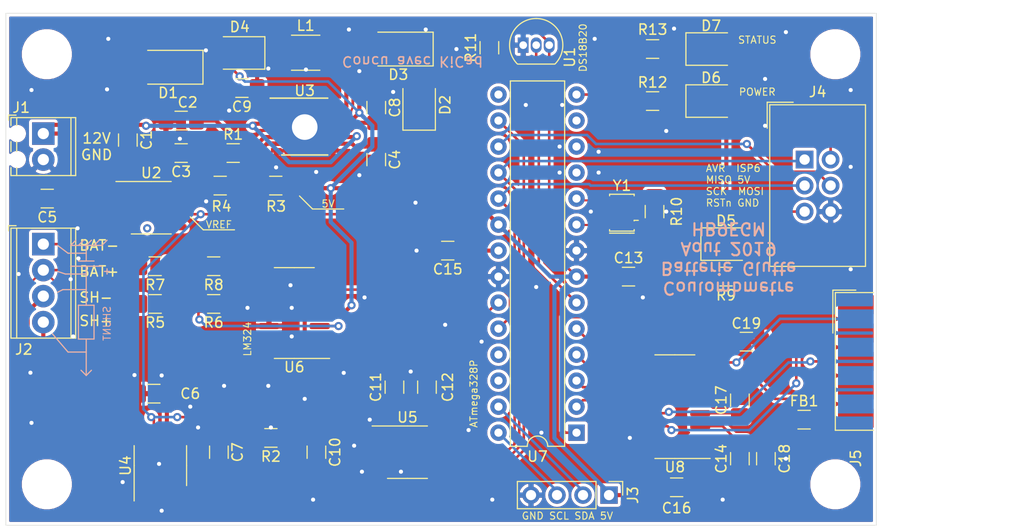
<source format=kicad_pcb>
(kicad_pcb (version 20171130) (host pcbnew 5.1.4)
  (layers (0 F.Cu signal) (31 B.Cu signal) (34 B.Paste user hide) (35 F.Paste user hide) (36 B.SilkS user) (37 F.SilkS user) (38 B.Mask user hide) (39 F.Mask user hide) (44 Edge.Cuts user hide))
  (net 0 "")
  (net 1 GNDA)
  (net 2 +12V)
  (net 3 "Net-(C2-Pad1)")
  (net 4 "Net-(C3-Pad1)")
  (net 5 "Net-(C4-Pad1)")
  (net 6 +5VA)
  (net 7 "Net-(C7-Pad1)")
  (net 8 "Net-(C8-Pad2)")
  (net 9 "Net-(C9-Pad2)")
  (net 10 "Net-(C9-Pad1)")
  (net 11 "Net-(C10-Pad1)")
  (net 12 "Net-(C14-Pad2)")
  (net 13 "Net-(C14-Pad1)")
  (net 14 VREF)
  (net 15 "Net-(C17-Pad2)")
  (net 16 "Net-(C17-Pad1)")
  (net 17 "Net-(C18-Pad1)")
  (net 18 "Net-(C19-Pad2)")
  (net 19 "Net-(D3-Pad2)")
  (net 20 /RESETn)
  (net 21 "Net-(D6-Pad1)")
  (net 22 "Net-(D7-Pad1)")
  (net 23 "Net-(FB1-Pad2)")
  (net 24 +BATT)
  (net 25 -BATT)
  (net 26 /SCL)
  (net 27 /SDA)
  (net 28 /MOSI)
  (net 29 /SCK)
  (net 30 /MISO)
  (net 31 "Net-(J5-Pad6)")
  (net 32 "Net-(J5-Pad4)")
  (net 33 "Net-(J5-Pad3)")
  (net 34 "Net-(J5-Pad2)")
  (net 35 "Net-(R3-Pad1)")
  (net 36 "Net-(R5-Pad1)")
  (net 37 "Net-(R7-Pad1)")
  (net 38 "Net-(R10-Pad2)")
  (net 39 "Net-(R10-Pad1)")
  (net 40 /1WIRE)
  (net 41 /STATUS)
  (net 42 /SSn)
  (net 43 "Net-(U6-Pad13)")
  (net 44 /ADC1)
  (net 45 "Net-(U6-Pad8)")
  (net 46 /ADC0)
  (net 47 /DSR)
  (net 48 /DTR)
  (net 49 /TXD)
  (net 50 /RXD)
  (net 51 /SHUNT+)
  (net 52 /SHUNT-)
  (module Package_SO:SOIC-14_3.9x8.7mm_P1.27mm (layer F.Cu) (at 58.166 49.276 180)
    (fp_text reference U6 (at 0 -5.28) (layer F.SilkS))
    (fp_text value LM324)
    (pad 14 smd roundrect (at 2.475 -3.81 180) (size 1.95 0.6) (layers F.Cu F.Paste F.Mask) (net 43 "Net-(U6-Pad13)"))
    (pad 13 smd roundrect (at 2.475 -2.54 180) (size 1.95 0.6) (layers F.Cu F.Paste F.Mask) (net 43 "Net-(U6-Pad13)"))
    (pad 12 smd roundrect (at 2.475 -1.27 180) (size 1.95 0.6) (layers F.Cu F.Paste F.Mask) (net 1 GNDA))
    (pad 11 smd roundrect (at 2.475 0 180) (size 1.95 0.6) (layers F.Cu F.Paste F.Mask) (net 1 GNDA))
    (pad 10 smd roundrect (at 2.475 1.27 180) (size 1.95 0.6) (layers F.Cu F.Paste F.Mask) (net 1 GNDA))
    (pad 9 smd roundrect (at 2.475 2.54 180) (size 1.95 0.6) (layers F.Cu F.Paste F.Mask) (net 45 "Net-(U6-Pad8)"))
    (pad 8 smd roundrect (at 2.475 3.81 180) (size 1.95 0.6) (layers F.Cu F.Paste F.Mask) (net 45 "Net-(U6-Pad8)"))
    (pad 7 smd roundrect (at -2.475 3.81 180) (size 1.95 0.6) (layers F.Cu F.Paste F.Mask) (net 44 /ADC1))
    (pad 6 smd roundrect (at -2.475 2.54 180) (size 1.95 0.6) (layers F.Cu F.Paste F.Mask) (net 44 /ADC1))
    (pad 5 smd roundrect (at -2.475 1.27 180) (size 1.95 0.6) (layers F.Cu F.Paste F.Mask) (net 37 "Net-(R7-Pad1)"))
    (pad 4 smd roundrect (at -2.475 0 180) (size 1.95 0.6) (layers F.Cu F.Paste F.Mask) (net 6 +5VA))
    (pad 3 smd roundrect (at -2.475 -1.27 180) (size 1.95 0.6) (layers F.Cu F.Paste F.Mask) (net 36 "Net-(R5-Pad1)"))
    (pad 2 smd roundrect (at -2.475 -2.54 180) (size 1.95 0.6) (layers F.Cu F.Paste F.Mask) (net 46 /ADC0))
    (pad 1 smd roundrect (at -2.475 -3.81 180) (size 1.95 0.6) (layers F.Cu F.Paste F.Mask) (net 46 /ADC0))
  )
  (module MountingHole:MountingHole_4.3mm_M4 (layer F.Cu) (at 111 66)
    (fp_text reference H4 hide)
    (fp_text value M4)
    (pad 1 np_thru_hole circle (at 0 0) (size 4.3 4.3) (drill 4.3) (layers *.Cu *.Mask))
  )
  (module MountingHole:MountingHole_4.3mm_M4 (layer F.Cu) (at 111 24)
    (fp_text reference H3 hide)
    (fp_text value M4)
    (pad 1 np_thru_hole circle (at 0 0) (size 4.3 4.3) (drill 4.3) (layers *.Cu *.Mask))
  )
  (module MountingHole:MountingHole_4.3mm_M4 (layer F.Cu) (at 34 66)
    (fp_text reference H2 hide)
    (fp_text value M4)
    (pad 1 np_thru_hole circle (at 0 0) (size 4.3 4.3) (drill 4.3) (layers *.Cu *.Mask))
  )
  (module MountingHole:MountingHole_4.3mm_M4 (layer F.Cu) (at 34 24)
    (fp_text reference H1 hide)
    (fp_text value M4)
    (pad 1 np_thru_hole circle (at 0 0) (size 4.3 4.3) (drill 4.3) (layers *.Cu *.Mask))
  )
  (module Crystal:Resonator_SMD_muRata_CSTxExxV-3Pin_3.0x1.1mm_HandSoldering (layer F.Cu) (at 90.155 39.475 90)
    (fp_text reference Y1 (at 2.645 0.015 180) (layer F.SilkS))
    (fp_text value CSTNE16M0V530000R0)
    (pad 3 smd rect (at 1.2 0 90) (size 0.4 3.2) (layers F.Cu F.Paste F.Mask) (net 39 "Net-(R10-Pad1)"))
    (pad 2 smd rect (at 0 0 90) (size 0.4 3.2) (layers F.Cu F.Paste F.Mask) (net 1 GNDA))
    (pad 1 smd rect (at -1.2 0 90) (size 0.4 3.2) (layers F.Cu F.Paste F.Mask) (net 38 "Net-(R10-Pad2)"))
  )
  (module Package_SO:SOIC-16_3.9x9.9mm_P1.27mm (layer F.Cu) (at 95.33 58.42 180)
    (fp_text reference U8 (at 0 -5.9) (layer F.SilkS))
    (fp_text value MAX232)
    (pad 16 smd roundrect (at 2.475 -4.445 180) (size 1.95 0.6) (layers F.Cu F.Paste F.Mask) (net 6 +5VA))
    (pad 15 smd roundrect (at 2.475 -3.175 180) (size 1.95 0.6) (layers F.Cu F.Paste F.Mask) (net 1 GNDA))
    (pad 14 smd roundrect (at 2.475 -1.905 180) (size 1.95 0.6) (layers F.Cu F.Paste F.Mask) (net 34 "Net-(J5-Pad2)"))
    (pad 13 smd roundrect (at 2.475 -0.635 180) (size 1.95 0.6) (layers F.Cu F.Paste F.Mask) (net 33 "Net-(J5-Pad3)"))
    (pad 12 smd roundrect (at 2.475 0.635 180) (size 1.95 0.6) (layers F.Cu F.Paste F.Mask) (net 50 /RXD))
    (pad 11 smd roundrect (at 2.475 1.905 180) (size 1.95 0.6) (layers F.Cu F.Paste F.Mask) (net 49 /TXD))
    (pad 10 smd roundrect (at 2.475 3.175 180) (size 1.95 0.6) (layers F.Cu F.Paste F.Mask) (net 48 /DTR))
    (pad 9 smd roundrect (at 2.475 4.445 180) (size 1.95 0.6) (layers F.Cu F.Paste F.Mask) (net 47 /DSR))
    (pad 8 smd roundrect (at -2.475 4.445 180) (size 1.95 0.6) (layers F.Cu F.Paste F.Mask) (net 31 "Net-(J5-Pad6)"))
    (pad 7 smd roundrect (at -2.475 3.175 180) (size 1.95 0.6) (layers F.Cu F.Paste F.Mask) (net 32 "Net-(J5-Pad4)"))
    (pad 6 smd roundrect (at -2.475 1.905 180) (size 1.95 0.6) (layers F.Cu F.Paste F.Mask) (net 18 "Net-(C19-Pad2)"))
    (pad 5 smd roundrect (at -2.475 0.635 180) (size 1.95 0.6) (layers F.Cu F.Paste F.Mask) (net 15 "Net-(C17-Pad2)"))
    (pad 4 smd roundrect (at -2.475 -0.635 180) (size 1.95 0.6) (layers F.Cu F.Paste F.Mask) (net 16 "Net-(C17-Pad1)"))
    (pad 3 smd roundrect (at -2.475 -1.905 180) (size 1.95 0.6) (layers F.Cu F.Paste F.Mask) (net 12 "Net-(C14-Pad2)"))
    (pad 2 smd roundrect (at -2.475 -3.175 180) (size 1.95 0.6) (layers F.Cu F.Paste F.Mask) (net 17 "Net-(C18-Pad1)"))
    (pad 1 smd roundrect (at -2.475 -4.445 180) (size 1.95 0.6) (layers F.Cu F.Paste F.Mask) (net 13 "Net-(C14-Pad1)"))
  )
  (module Package_DIP:DIP-28_W7.62mm (layer F.Cu) (at 85.725 60.96 180)
    (fp_text reference U7 (at 3.81 -2.33) (layer F.SilkS))
    (fp_text value ATmega328P-PU)
    (pad 28 thru_hole oval (at 7.62 0 180) (size 1.6 1.6) (drill 0.8) (layers *.Cu *.Mask) (net 26 /SCL))
    (pad 14 thru_hole oval (at 0 33.02 180) (size 1.6 1.6) (drill 0.8) (layers *.Cu *.Mask) (net 41 /STATUS))
    (pad 27 thru_hole oval (at 7.62 2.54 180) (size 1.6 1.6) (drill 0.8) (layers *.Cu *.Mask) (net 27 /SDA))
    (pad 13 thru_hole oval (at 0 30.48 180) (size 1.6 1.6) (drill 0.8) (layers *.Cu *.Mask))
    (pad 26 thru_hole oval (at 7.62 5.08 180) (size 1.6 1.6) (drill 0.8) (layers *.Cu *.Mask))
    (pad 12 thru_hole oval (at 0 27.94 180) (size 1.6 1.6) (drill 0.8) (layers *.Cu *.Mask))
    (pad 25 thru_hole oval (at 7.62 7.62 180) (size 1.6 1.6) (drill 0.8) (layers *.Cu *.Mask))
    (pad 11 thru_hole oval (at 0 25.4 180) (size 1.6 1.6) (drill 0.8) (layers *.Cu *.Mask))
    (pad 24 thru_hole oval (at 7.62 10.16 180) (size 1.6 1.6) (drill 0.8) (layers *.Cu *.Mask) (net 44 /ADC1))
    (pad 10 thru_hole oval (at 0 22.86 180) (size 1.6 1.6) (drill 0.8) (layers *.Cu *.Mask) (net 39 "Net-(R10-Pad1)"))
    (pad 23 thru_hole oval (at 7.62 12.7 180) (size 1.6 1.6) (drill 0.8) (layers *.Cu *.Mask) (net 46 /ADC0))
    (pad 9 thru_hole oval (at 0 20.32 180) (size 1.6 1.6) (drill 0.8) (layers *.Cu *.Mask) (net 38 "Net-(R10-Pad2)"))
    (pad 22 thru_hole oval (at 7.62 15.24 180) (size 1.6 1.6) (drill 0.8) (layers *.Cu *.Mask) (net 1 GNDA))
    (pad 8 thru_hole oval (at 0 17.78 180) (size 1.6 1.6) (drill 0.8) (layers *.Cu *.Mask) (net 1 GNDA))
    (pad 21 thru_hole oval (at 7.62 17.78 180) (size 1.6 1.6) (drill 0.8) (layers *.Cu *.Mask) (net 14 VREF))
    (pad 7 thru_hole oval (at 0 15.24 180) (size 1.6 1.6) (drill 0.8) (layers *.Cu *.Mask) (net 6 +5VA))
    (pad 20 thru_hole oval (at 7.62 20.32 180) (size 1.6 1.6) (drill 0.8) (layers *.Cu *.Mask) (net 6 +5VA))
    (pad 6 thru_hole oval (at 0 12.7 180) (size 1.6 1.6) (drill 0.8) (layers *.Cu *.Mask) (net 40 /1WIRE))
    (pad 19 thru_hole oval (at 7.62 22.86 180) (size 1.6 1.6) (drill 0.8) (layers *.Cu *.Mask) (net 29 /SCK))
    (pad 5 thru_hole oval (at 0 10.16 180) (size 1.6 1.6) (drill 0.8) (layers *.Cu *.Mask) (net 47 /DSR))
    (pad 18 thru_hole oval (at 7.62 25.4 180) (size 1.6 1.6) (drill 0.8) (layers *.Cu *.Mask) (net 30 /MISO))
    (pad 4 thru_hole oval (at 0 7.62 180) (size 1.6 1.6) (drill 0.8) (layers *.Cu *.Mask) (net 48 /DTR))
    (pad 17 thru_hole oval (at 7.62 27.94 180) (size 1.6 1.6) (drill 0.8) (layers *.Cu *.Mask) (net 28 /MOSI))
    (pad 3 thru_hole oval (at 0 5.08 180) (size 1.6 1.6) (drill 0.8) (layers *.Cu *.Mask) (net 49 /TXD))
    (pad 16 thru_hole oval (at 7.62 30.48 180) (size 1.6 1.6) (drill 0.8) (layers *.Cu *.Mask) (net 42 /SSn))
    (pad 2 thru_hole oval (at 0 2.54 180) (size 1.6 1.6) (drill 0.8) (layers *.Cu *.Mask) (net 50 /RXD))
    (pad 15 thru_hole oval (at 7.62 33.02 180) (size 1.6 1.6) (drill 0.8) (layers *.Cu *.Mask))
    (pad 1 thru_hole rect (at 0 0 180) (size 1.6 1.6) (drill 0.8) (layers *.Cu *.Mask) (net 20 /RESETn))
  )
  (module Package_SO:SO-8_3.9x4.9mm_P1.27mm (layer F.Cu) (at 69.215 62.865)
    (fp_text reference U5 (at 0 -3.4) (layer F.SilkS))
    (fp_text value LTC2400)
    (pad 8 smd roundrect (at 2.575 -1.905) (size 1.75 0.6) (layers F.Cu F.Paste F.Mask) (net 6 +5VA))
    (pad 7 smd roundrect (at 2.575 -0.635) (size 1.75 0.6) (layers F.Cu F.Paste F.Mask) (net 29 /SCK))
    (pad 6 smd roundrect (at 2.575 0.635) (size 1.75 0.6) (layers F.Cu F.Paste F.Mask) (net 30 /MISO))
    (pad 5 smd roundrect (at 2.575 1.905) (size 1.75 0.6) (layers F.Cu F.Paste F.Mask) (net 42 /SSn))
    (pad 4 smd roundrect (at -2.575 1.905) (size 1.75 0.6) (layers F.Cu F.Paste F.Mask) (net 1 GNDA))
    (pad 3 smd roundrect (at -2.575 0.635) (size 1.75 0.6) (layers F.Cu F.Paste F.Mask) (net 11 "Net-(C10-Pad1)"))
    (pad 2 smd roundrect (at -2.575 -0.635) (size 1.75 0.6) (layers F.Cu F.Paste F.Mask) (net 14 VREF))
    (pad 1 smd roundrect (at -2.575 -1.905) (size 1.75 0.6) (layers F.Cu F.Paste F.Mask) (net 6 +5VA))
  )
  (module Package_SO:SOIC-8_3.9x4.9mm_P1.27mm (layer F.Cu) (at 45.085 64.175 90)
    (fp_text reference U4 (at 0 -3.4 90) (layer F.SilkS))
    (fp_text value AD8210)
    (pad 8 smd roundrect (at 2.475 -1.905 90) (size 1.95 0.6) (layers F.Cu F.Paste F.Mask) (net 51 /SHUNT+))
    (pad 7 smd roundrect (at 2.475 -0.635 90) (size 1.95 0.6) (layers F.Cu F.Paste F.Mask) (net 14 VREF))
    (pad 6 smd roundrect (at 2.475 0.635 90) (size 1.95 0.6) (layers F.Cu F.Paste F.Mask) (net 6 +5VA))
    (pad 5 smd roundrect (at 2.475 1.905 90) (size 1.95 0.6) (layers F.Cu F.Paste F.Mask) (net 7 "Net-(C7-Pad1)"))
    (pad 4 smd roundrect (at -2.475 1.905 90) (size 1.95 0.6) (layers F.Cu F.Paste F.Mask))
    (pad 3 smd roundrect (at -2.475 0.635 90) (size 1.95 0.6) (layers F.Cu F.Paste F.Mask) (net 1 GNDA))
    (pad 2 smd roundrect (at -2.475 -0.635 90) (size 1.95 0.6) (layers F.Cu F.Paste F.Mask) (net 1 GNDA))
    (pad 1 smd roundrect (at -2.475 -1.905 90) (size 1.95 0.6) (layers F.Cu F.Paste F.Mask) (net 52 /SHUNT-))
  )
  (module Package_SO:TSSOP-16-1EP_4.4x5mm_P0.65mm (layer F.Cu) (at 59.182 31.115)
    (fp_text reference U3 (at 0 -3.55) (layer F.SilkS))
    (fp_text value LT3433)
    (pad 17 smd rect (at -0.735 -1.3425) (size 1.47 0.895) (layers F.Cu F.Paste F.Mask) (net 1 GNDA))
    (pad 17 smd rect (at -0.735 -0.4475) (size 1.47 0.895) (layers F.Cu F.Paste F.Mask) (net 1 GNDA))
    (pad 17 smd rect (at -0.735 0.4475) (size 1.47 0.895) (layers F.Cu F.Paste F.Mask) (net 1 GNDA))
    (pad 17 smd rect (at -0.735 1.3425) (size 1.47 0.895) (layers F.Cu F.Paste F.Mask) (net 1 GNDA))
    (pad 17 smd rect (at 0.735 -1.3425) (size 1.47 0.895) (layers F.Cu F.Paste F.Mask) (net 1 GNDA))
    (pad 17 smd rect (at 0.735 -0.4475) (size 1.47 0.895) (layers F.Cu F.Paste F.Mask) (net 1 GNDA))
    (pad 17 smd rect (at 0.735 0.4475) (size 1.47 0.895) (layers F.Cu F.Paste F.Mask) (net 1 GNDA))
    (pad 17 smd rect (at 0.735 1.3425) (size 1.47 0.895) (layers F.Cu F.Paste F.Mask) (net 1 GNDA))
    (pad 16 smd rect (at 2.775 -2.275) (size 1.05 0.45) (layers F.Cu F.Paste F.Mask) (net 1 GNDA))
    (pad 15 smd rect (at 2.775 -1.625) (size 1.05 0.45) (layers F.Cu F.Paste F.Mask) (net 19 "Net-(D3-Pad2)"))
    (pad 14 smd rect (at 2.775 -0.975) (size 1.05 0.45) (layers F.Cu F.Paste F.Mask) (net 1 GNDA))
    (pad 13 smd rect (at 2.775 -0.325) (size 1.05 0.45) (layers F.Cu F.Paste F.Mask) (net 6 +5VA))
    (pad 12 smd rect (at 2.775 0.325) (size 1.05 0.45) (layers F.Cu F.Paste F.Mask) (net 8 "Net-(C8-Pad2)"))
    (pad 11 smd rect (at 2.775 0.975) (size 1.05 0.45) (layers F.Cu F.Paste F.Mask) (net 2 +12V))
    (pad 10 smd rect (at 2.775 1.625) (size 1.05 0.45) (layers F.Cu F.Paste F.Mask) (net 5 "Net-(C4-Pad1)"))
    (pad 9 smd rect (at 2.775 2.275) (size 1.05 0.45) (layers F.Cu F.Paste F.Mask) (net 1 GNDA))
    (pad 8 smd rect (at -2.775 2.275) (size 1.05 0.45) (layers F.Cu F.Paste F.Mask) (net 1 GNDA))
    (pad 7 smd rect (at -2.775 1.625) (size 1.05 0.45) (layers F.Cu F.Paste F.Mask) (net 35 "Net-(R3-Pad1)"))
    (pad 6 smd rect (at -2.775 0.975) (size 1.05 0.45) (layers F.Cu F.Paste F.Mask) (net 3 "Net-(C2-Pad1)"))
    (pad 5 smd rect (at -2.775 0.325) (size 1.05 0.45) (layers F.Cu F.Paste F.Mask) (net 1 GNDA))
    (pad 4 smd rect (at -2.775 -0.325) (size 1.05 0.45) (layers F.Cu F.Paste F.Mask) (net 2 +12V))
    (pad 3 smd rect (at -2.775 -0.975) (size 1.05 0.45) (layers F.Cu F.Paste F.Mask) (net 9 "Net-(C9-Pad2)"))
    (pad 2 smd rect (at -2.775 -1.625) (size 1.05 0.45) (layers F.Cu F.Paste F.Mask) (net 10 "Net-(C9-Pad1)"))
    (pad 1 smd rect (at -2.775 -2.275) (size 1.05 0.45) (layers F.Cu F.Paste F.Mask) (net 1 GNDA))
  )
  (module Package_SO:SO-8_3.9x4.9mm_P1.27mm (layer F.Cu) (at 44.196 38.991)
    (fp_text reference U2 (at 0 -3.4) (layer F.SilkS))
    (fp_text value LT1236-5)
    (pad 8 smd roundrect (at 2.575 -1.905) (size 1.75 0.6) (layers F.Cu F.Paste F.Mask))
    (pad 7 smd roundrect (at 2.575 -0.635) (size 1.75 0.6) (layers F.Cu F.Paste F.Mask))
    (pad 6 smd roundrect (at 2.575 0.635) (size 1.75 0.6) (layers F.Cu F.Paste F.Mask) (net 14 VREF))
    (pad 5 smd roundrect (at 2.575 1.905) (size 1.75 0.6) (layers F.Cu F.Paste F.Mask))
    (pad 4 smd roundrect (at -2.575 1.905) (size 1.75 0.6) (layers F.Cu F.Paste F.Mask) (net 1 GNDA))
    (pad 3 smd roundrect (at -2.575 0.635) (size 1.75 0.6) (layers F.Cu F.Paste F.Mask))
    (pad 2 smd roundrect (at -2.575 -0.635) (size 1.75 0.6) (layers F.Cu F.Paste F.Mask) (net 2 +12V))
    (pad 1 smd roundrect (at -2.575 -1.905) (size 1.75 0.6) (layers F.Cu F.Paste F.Mask))
  )
  (module Package_TO_SOT_THT:TO-92_Inline (layer F.Cu) (at 80.518 23.114)
    (fp_text reference U1 (at 4.547 1.183 90) (layer F.SilkS))
    (fp_text value DS18B20)
    (pad 1 thru_hole rect (at 0 0) (size 1.05 1.5) (drill 0.75) (layers *.Cu *.Mask) (net 1 GNDA))
    (pad 3 thru_hole oval (at 2.54 0) (size 1.05 1.5) (drill 0.75) (layers *.Cu *.Mask) (net 6 +5VA))
    (pad 2 thru_hole oval (at 1.27 0) (size 1.05 1.5) (drill 0.75) (layers *.Cu *.Mask) (net 40 /1WIRE))
  )
  (module Resistor_SMD:R_1206_3216Metric_Pad1.42x1.75mm_HandSolder (layer F.Cu) (at 93.155 23.495 180)
    (fp_text reference R13 (at 0 1.905) (layer F.SilkS))
    (fp_text value 330)
    (pad 2 smd roundrect (at 1.4875 0 180) (size 1.425 1.75) (layers F.Cu F.Paste F.Mask) (roundrect_rratio 0.175439) (net 41 /STATUS))
    (pad 1 smd roundrect (at -1.4875 0 180) (size 1.425 1.75) (layers F.Cu F.Paste F.Mask) (roundrect_rratio 0.175439) (net 22 "Net-(D7-Pad1)"))
  )
  (module Resistor_SMD:R_1206_3216Metric_Pad1.42x1.75mm_HandSolder (layer F.Cu) (at 93.155 28.575)
    (fp_text reference R12 (at 0 -1.82) (layer F.SilkS))
    (fp_text value 330)
    (pad 2 smd roundrect (at 1.4875 0) (size 1.425 1.75) (layers F.Cu F.Paste F.Mask) (roundrect_rratio 0.175439) (net 21 "Net-(D6-Pad1)"))
    (pad 1 smd roundrect (at -1.4875 0) (size 1.425 1.75) (layers F.Cu F.Paste F.Mask) (roundrect_rratio 0.175439) (net 1 GNDA))
  )
  (module Resistor_SMD:R_1206_3216Metric_Pad1.42x1.75mm_HandSolder (layer F.Cu) (at 77.216 23.368 90)
    (fp_text reference R11 (at 0 -1.82 90) (layer F.SilkS))
    (fp_text value 4k7)
    (pad 2 smd roundrect (at 1.4875 0 90) (size 1.425 1.75) (layers F.Cu F.Paste F.Mask) (roundrect_rratio 0.175439) (net 6 +5VA))
    (pad 1 smd roundrect (at -1.4875 0 90) (size 1.425 1.75) (layers F.Cu F.Paste F.Mask) (roundrect_rratio 0.175439) (net 40 /1WIRE))
  )
  (module Resistor_SMD:R_1206_3216Metric_Pad1.42x1.75mm_HandSolder (layer F.Cu) (at 93.345 39.37 270)
    (fp_text reference R10 (at 0 -2.159 90) (layer F.SilkS))
    (fp_text value 1M)
    (pad 2 smd roundrect (at 1.4875 0 270) (size 1.425 1.75) (layers F.Cu F.Paste F.Mask) (roundrect_rratio 0.175439) (net 38 "Net-(R10-Pad2)"))
    (pad 1 smd roundrect (at -1.4875 0 270) (size 1.425 1.75) (layers F.Cu F.Paste F.Mask) (roundrect_rratio 0.175439) (net 39 "Net-(R10-Pad1)"))
  )
  (module Resistor_SMD:R_1206_3216Metric_Pad1.42x1.75mm_HandSolder (layer F.Cu) (at 100.33 45.72 180)
    (fp_text reference R9 (at 0 -1.82) (layer F.SilkS))
    (fp_text value 10k)
    (pad 2 smd roundrect (at 1.4875 0 180) (size 1.425 1.75) (layers F.Cu F.Paste F.Mask) (roundrect_rratio 0.175439) (net 6 +5VA))
    (pad 1 smd roundrect (at -1.4875 0 180) (size 1.425 1.75) (layers F.Cu F.Paste F.Mask) (roundrect_rratio 0.175439) (net 20 /RESETn))
  )
  (module Resistor_SMD:R_1206_3216Metric_Pad1.42x1.75mm_HandSolder (layer F.Cu) (at 50.292 44.704 180)
    (fp_text reference R8 (at 0 -1.82) (layer F.SilkS))
    (fp_text value 100k/1%)
    (pad 2 smd roundrect (at 1.4875 0 180) (size 1.425 1.75) (layers F.Cu F.Paste F.Mask) (roundrect_rratio 0.175439) (net 37 "Net-(R7-Pad1)"))
    (pad 1 smd roundrect (at -1.4875 0 180) (size 1.425 1.75) (layers F.Cu F.Paste F.Mask) (roundrect_rratio 0.175439) (net 1 GNDA))
  )
  (module Resistor_SMD:R_1206_3216Metric_Pad1.42x1.75mm_HandSolder (layer F.Cu) (at 44.577 44.704 180)
    (fp_text reference R7 (at 0 -1.82) (layer F.SilkS))
    (fp_text value 300k/1%)
    (pad 2 smd roundrect (at 1.4875 0 180) (size 1.425 1.75) (layers F.Cu F.Paste F.Mask) (roundrect_rratio 0.175439) (net 25 -BATT))
    (pad 1 smd roundrect (at -1.4875 0 180) (size 1.425 1.75) (layers F.Cu F.Paste F.Mask) (roundrect_rratio 0.175439) (net 37 "Net-(R7-Pad1)"))
  )
  (module Resistor_SMD:R_1206_3216Metric_Pad1.42x1.75mm_HandSolder (layer F.Cu) (at 50.292 48.387 180)
    (fp_text reference R6 (at 0 -1.82) (layer F.SilkS))
    (fp_text value 100k/1%)
    (pad 2 smd roundrect (at 1.4875 0 180) (size 1.425 1.75) (layers F.Cu F.Paste F.Mask) (roundrect_rratio 0.175439) (net 36 "Net-(R5-Pad1)"))
    (pad 1 smd roundrect (at -1.4875 0 180) (size 1.425 1.75) (layers F.Cu F.Paste F.Mask) (roundrect_rratio 0.175439) (net 1 GNDA))
  )
  (module Resistor_SMD:R_1206_3216Metric_Pad1.42x1.75mm_HandSolder (layer F.Cu) (at 44.577 48.387 180)
    (fp_text reference R5 (at 0 -1.82) (layer F.SilkS))
    (fp_text value 300k/1%)
    (pad 2 smd roundrect (at 1.4875 0 180) (size 1.425 1.75) (layers F.Cu F.Paste F.Mask) (roundrect_rratio 0.175439) (net 24 +BATT))
    (pad 1 smd roundrect (at -1.4875 0 180) (size 1.425 1.75) (layers F.Cu F.Paste F.Mask) (roundrect_rratio 0.175439) (net 36 "Net-(R5-Pad1)"))
  )
  (module Resistor_SMD:R_1206_3216Metric_Pad1.42x1.75mm_HandSolder (layer F.Cu) (at 50.927 36.83)
    (fp_text reference R4 (at 0.127 2.032) (layer F.SilkS))
    (fp_text value 97.6k)
    (pad 2 smd roundrect (at 1.4875 0) (size 1.425 1.75) (layers F.Cu F.Paste F.Mask) (roundrect_rratio 0.175439) (net 35 "Net-(R3-Pad1)"))
    (pad 1 smd roundrect (at -1.4875 0) (size 1.425 1.75) (layers F.Cu F.Paste F.Mask) (roundrect_rratio 0.175439) (net 1 GNDA))
  )
  (module Resistor_SMD:R_1206_3216Metric_Pad1.42x1.75mm_HandSolder (layer F.Cu) (at 56.357 36.83)
    (fp_text reference R3 (at 0.031 2.032) (layer F.SilkS))
    (fp_text value 300k)
    (pad 2 smd roundrect (at 1.4875 0) (size 1.425 1.75) (layers F.Cu F.Paste F.Mask) (roundrect_rratio 0.175439) (net 6 +5VA))
    (pad 1 smd roundrect (at -1.4875 0) (size 1.425 1.75) (layers F.Cu F.Paste F.Mask) (roundrect_rratio 0.175439) (net 35 "Net-(R3-Pad1)"))
  )
  (module Resistor_SMD:R_1206_3216Metric_Pad1.42x1.75mm_HandSolder (layer F.Cu) (at 55.88 61.468 180)
    (fp_text reference R2 (at 0 -1.82) (layer F.SilkS))
    (fp_text value 51)
    (pad 2 smd roundrect (at 1.4875 0 180) (size 1.425 1.75) (layers F.Cu F.Paste F.Mask) (roundrect_rratio 0.175439) (net 7 "Net-(C7-Pad1)"))
    (pad 1 smd roundrect (at -1.4875 0 180) (size 1.425 1.75) (layers F.Cu F.Paste F.Mask) (roundrect_rratio 0.175439) (net 11 "Net-(C10-Pad1)"))
  )
  (module Resistor_SMD:R_1206_3216Metric_Pad1.42x1.75mm_HandSolder (layer F.Cu) (at 52.197 33.655)
    (fp_text reference R1 (at 0 -1.82) (layer F.SilkS))
    (fp_text value 68k)
    (pad 2 smd roundrect (at 1.4875 0) (size 1.425 1.75) (layers F.Cu F.Paste F.Mask) (roundrect_rratio 0.175439) (net 3 "Net-(C2-Pad1)"))
    (pad 1 smd roundrect (at -1.4875 0) (size 1.425 1.75) (layers F.Cu F.Paste F.Mask) (roundrect_rratio 0.175439) (net 4 "Net-(C3-Pad1)"))
  )
  (module Inductor_SMD:L_1812_4532Metric_Pad1.30x3.40mm_HandSolder (layer F.Cu) (at 59.277 23.855)
    (fp_text reference L1 (at 0 -2.65) (layer F.SilkS))
    (fp_text value 100uH)
    (pad 2 smd roundrect (at 2.225 0) (size 1.3 3.4) (layers F.Cu F.Paste F.Mask) (roundrect_rratio 0.192308) (net 19 "Net-(D3-Pad2)"))
    (pad 1 smd roundrect (at -2.225 0) (size 1.3 3.4) (layers F.Cu F.Paste F.Mask) (roundrect_rratio 0.192308) (net 9 "Net-(C9-Pad2)"))
  )
  (module Connector_Dsub:DSUB-9_Female_EdgeMount_P2.77mm (layer F.Cu) (at 113 54 90)
    (fp_text reference J5 (at -9.463333 0 90) (layer F.SilkS))
    (fp_text value DB9_Female)
    (pad 9 smd rect (at -4.155 0 90) (size 1.846667 3.48) (layers B.Cu B.Paste B.Mask))
    (pad 8 smd rect (at -1.385 0 90) (size 1.846667 3.48) (layers B.Cu B.Paste B.Mask))
    (pad 7 smd rect (at 1.385 0 90) (size 1.846667 3.48) (layers B.Cu B.Paste B.Mask))
    (pad 6 smd rect (at 4.155 0 90) (size 1.846667 3.48) (layers B.Cu B.Paste B.Mask) (net 31 "Net-(J5-Pad6)"))
    (pad 5 smd rect (at -5.54 0 90) (size 1.846667 3.48) (layers F.Cu F.Paste F.Mask) (net 23 "Net-(FB1-Pad2)"))
    (pad 4 smd rect (at -2.77 0 90) (size 1.846667 3.48) (layers F.Cu F.Paste F.Mask) (net 32 "Net-(J5-Pad4)"))
    (pad 3 smd rect (at 0 0 90) (size 1.846667 3.48) (layers F.Cu F.Paste F.Mask) (net 33 "Net-(J5-Pad3)"))
    (pad 2 smd rect (at 2.77 0 90) (size 1.846667 3.48) (layers F.Cu F.Paste F.Mask) (net 34 "Net-(J5-Pad2)"))
    (pad 1 smd rect (at 5.54 0 90) (size 1.846667 3.48) (layers F.Cu F.Paste F.Mask))
  )
  (module Connector_IDC:IDC-Header_2x03_P2.54mm_Vertical (layer F.Cu) (at 108 34.29)
    (fp_text reference J4 (at 1.27 -6.604) (layer F.SilkS))
    (fp_text value AVR-ISP-6)
    (pad 6 thru_hole oval (at 2.54 5.08) (size 1.7272 1.7272) (drill 1.016) (layers *.Cu *.Mask) (net 1 GNDA))
    (pad 5 thru_hole oval (at 0 5.08) (size 1.7272 1.7272) (drill 1.016) (layers *.Cu *.Mask) (net 20 /RESETn))
    (pad 4 thru_hole oval (at 2.54 2.54) (size 1.7272 1.7272) (drill 1.016) (layers *.Cu *.Mask) (net 28 /MOSI))
    (pad 3 thru_hole oval (at 0 2.54) (size 1.7272 1.7272) (drill 1.016) (layers *.Cu *.Mask) (net 29 /SCK))
    (pad 2 thru_hole oval (at 2.54 0) (size 1.7272 1.7272) (drill 1.016) (layers *.Cu *.Mask) (net 6 +5VA))
    (pad 1 thru_hole rect (at 0 0) (size 1.7272 1.7272) (drill 1.016) (layers *.Cu *.Mask) (net 30 /MISO))
  )
  (module Connector_PinHeader_2.54mm:PinHeader_1x04_P2.54mm_Vertical (layer F.Cu) (at 88.9 67.056 270)
    (fp_text reference J3 (at 0 -2.33 90) (layer F.SilkS))
    (fp_text value I2C)
    (pad 4 thru_hole oval (at 0 7.62 270) (size 1.7 1.7) (drill 1) (layers *.Cu *.Mask) (net 1 GNDA))
    (pad 3 thru_hole oval (at 0 5.08 270) (size 1.7 1.7) (drill 1) (layers *.Cu *.Mask) (net 26 /SCL))
    (pad 2 thru_hole oval (at 0 2.54 270) (size 1.7 1.7) (drill 1) (layers *.Cu *.Mask) (net 27 /SDA))
    (pad 1 thru_hole rect (at 0 0 270) (size 1.7 1.7) (drill 1) (layers *.Cu *.Mask) (net 6 +5VA))
  )
  (module TerminalBlock_Phoenix:TerminalBlock_Phoenix_MPT-0,5-4-2.54_1x04_P2.54mm_Horizontal (layer F.Cu) (at 33.655 42.545 270)
    (fp_text reference J2 (at 10.287 1.905 180) (layer F.SilkS))
    (fp_text value Measure)
    (pad 4 thru_hole circle (at 7.62 0 270) (size 2.2 2.2) (drill 1.1) (layers *.Cu *.Mask) (net 51 /SHUNT+))
    (pad 3 thru_hole circle (at 5.08 0 270) (size 2.2 2.2) (drill 1.1) (layers *.Cu *.Mask) (net 52 /SHUNT-))
    (pad 2 thru_hole circle (at 2.54 0 270) (size 2.2 2.2) (drill 1.1) (layers *.Cu *.Mask) (net 24 +BATT))
    (pad 1 thru_hole rect (at 0 0 270) (size 2.2 2.2) (drill 1.1) (layers *.Cu *.Mask) (net 25 -BATT))
  )
  (module TerminalBlock_Phoenix:TerminalBlock_Phoenix_MPT-0,5-2-2.54_1x02_P2.54mm_Horizontal (layer F.Cu) (at 33.655 31.75 270)
    (fp_text reference J1 (at -2.54 2.159 180) (layer F.SilkS))
    (fp_text value 12V)
    (pad "" np_thru_hole circle (at 2.54 2.54 270) (size 1.1 1.1) (drill 1.1) (layers *.Cu *.Mask))
    (pad 2 thru_hole circle (at 2.54 0 270) (size 2.2 2.2) (drill 1.1) (layers *.Cu *.Mask) (net 1 GNDA))
    (pad "" np_thru_hole circle (at 0 2.54 270) (size 1.1 1.1) (drill 1.1) (layers *.Cu *.Mask))
    (pad 1 thru_hole rect (at 0 0 270) (size 2.2 2.2) (drill 1.1) (layers *.Cu *.Mask) (net 2 +12V))
  )
  (module Resistor_SMD:R_1206_3216Metric_Pad1.42x1.75mm_HandSolder (layer F.Cu) (at 107.95 59.69)
    (fp_text reference FB1 (at 0 -1.82) (layer F.SilkS))
    (fp_text value DNF)
    (pad 2 smd roundrect (at 1.4875 0) (size 1.425 1.75) (layers F.Cu F.Paste F.Mask) (roundrect_rratio 0.175439) (net 23 "Net-(FB1-Pad2)"))
    (pad 1 smd roundrect (at -1.4875 0) (size 1.425 1.75) (layers F.Cu F.Paste F.Mask) (roundrect_rratio 0.175439) (net 1 GNDA))
  )
  (module LED_SMD:LED_1210_3225Metric_Pad1.42x2.65mm_HandSolder (layer F.Cu) (at 98.87 23.495)
    (fp_text reference D7 (at 0 -2.28) (layer F.SilkS))
    (fp_text value LED_STATUS)
    (pad 2 smd roundrect (at 1.4875 0) (size 1.425 2.65) (layers F.Cu F.Paste F.Mask) (roundrect_rratio 0.175439) (net 6 +5VA))
    (pad 1 smd roundrect (at -1.4875 0) (size 1.425 2.65) (layers F.Cu F.Paste F.Mask) (roundrect_rratio 0.175439) (net 22 "Net-(D7-Pad1)"))
  )
  (module LED_SMD:LED_1210_3225Metric_Pad1.42x2.65mm_HandSolder (layer F.Cu) (at 98.87 28.575)
    (fp_text reference D6 (at 0 -2.28) (layer F.SilkS))
    (fp_text value LED_PWR)
    (pad 2 smd roundrect (at 1.4875 0) (size 1.425 2.65) (layers F.Cu F.Paste F.Mask) (roundrect_rratio 0.175439) (net 6 +5VA))
    (pad 1 smd roundrect (at -1.4875 0) (size 1.425 2.65) (layers F.Cu F.Paste F.Mask) (roundrect_rratio 0.175439) (net 21 "Net-(D6-Pad1)"))
  )
  (module Diode_SMD:D_1210_3225Metric_Pad1.42x2.65mm_HandSolder (layer F.Cu) (at 100.33 42.545)
    (fp_text reference D5 (at 0 -2.28) (layer F.SilkS))
    (fp_text value 1N4148)
    (pad 2 smd roundrect (at 1.4875 0) (size 1.425 2.65) (layers F.Cu F.Paste F.Mask) (roundrect_rratio 0.175439) (net 20 /RESETn))
    (pad 1 smd roundrect (at -1.4875 0) (size 1.425 2.65) (layers F.Cu F.Paste F.Mask) (roundrect_rratio 0.175439) (net 6 +5VA))
  )
  (module Diode_SMD:D_1210_3225Metric_Pad1.42x2.65mm_HandSolder (layer F.Cu) (at 52.832 23.876 180)
    (fp_text reference D4 (at 0 2.54) (layer F.SilkS))
    (fp_text value 1N4148)
    (pad 2 smd roundrect (at 1.4875 0 180) (size 1.425 2.65) (layers F.Cu F.Paste F.Mask) (roundrect_rratio 0.175439) (net 6 +5VA))
    (pad 1 smd roundrect (at -1.4875 0 180) (size 1.425 2.65) (layers F.Cu F.Paste F.Mask) (roundrect_rratio 0.175439) (net 10 "Net-(C9-Pad1)"))
  )
  (module Diode_SMD:D_SMA (layer F.Cu) (at 68.326 23.495 180)
    (fp_text reference D3 (at 0 -2.5) (layer F.SilkS))
    (fp_text value B120-E3)
    (pad 2 smd rect (at 2 0 180) (size 2.5 1.8) (layers F.Cu F.Paste F.Mask) (net 19 "Net-(D3-Pad2)"))
    (pad 1 smd rect (at -2 0 180) (size 2.5 1.8) (layers F.Cu F.Paste F.Mask) (net 6 +5VA))
  )
  (module Diode_SMD:D_1210_3225Metric_Pad1.42x2.65mm_HandSolder (layer F.Cu) (at 70.358 28.956 90)
    (fp_text reference D2 (at 0 2.54 90) (layer F.SilkS))
    (fp_text value 1N4148)
    (pad 2 smd roundrect (at 1.4875 0 90) (size 1.425 2.65) (layers F.Cu F.Paste F.Mask) (roundrect_rratio 0.175439) (net 6 +5VA))
    (pad 1 smd roundrect (at -1.4875 0 90) (size 1.425 2.65) (layers F.Cu F.Paste F.Mask) (roundrect_rratio 0.175439) (net 8 "Net-(C8-Pad2)"))
  )
  (module Diode_SMD:D_SMA (layer F.Cu) (at 45.847 25.273 180)
    (fp_text reference D1 (at 0 -2.5) (layer F.SilkS))
    (fp_text value B160-E3)
    (pad 2 smd rect (at 2 0 180) (size 2.5 1.8) (layers F.Cu F.Paste F.Mask) (net 1 GNDA))
    (pad 1 smd rect (at -2 0 180) (size 2.5 1.8) (layers F.Cu F.Paste F.Mask) (net 9 "Net-(C9-Pad2)"))
  )
  (module Capacitor_SMD:C_1206_3216Metric_Pad1.42x1.75mm_HandSolder (layer F.Cu) (at 102.315 52.07 180)
    (fp_text reference C19 (at 0 1.778) (layer F.SilkS))
    (fp_text value 1u)
    (pad 2 smd roundrect (at 1.4875 0 180) (size 1.425 1.75) (layers F.Cu F.Paste F.Mask) (roundrect_rratio 0.175439) (net 18 "Net-(C19-Pad2)"))
    (pad 1 smd roundrect (at -1.4875 0 180) (size 1.425 1.75) (layers F.Cu F.Paste F.Mask) (roundrect_rratio 0.175439) (net 1 GNDA))
  )
  (module Capacitor_SMD:C_1206_3216Metric_Pad1.42x1.75mm_HandSolder (layer F.Cu) (at 104.22 63.5 270)
    (fp_text reference C18 (at 0 -1.82 90) (layer F.SilkS))
    (fp_text value 1u)
    (pad 2 smd roundrect (at 1.4875 0 270) (size 1.425 1.75) (layers F.Cu F.Paste F.Mask) (roundrect_rratio 0.175439) (net 1 GNDA))
    (pad 1 smd roundrect (at -1.4875 0 270) (size 1.425 1.75) (layers F.Cu F.Paste F.Mask) (roundrect_rratio 0.175439) (net 17 "Net-(C18-Pad1)"))
  )
  (module Capacitor_SMD:C_1206_3216Metric_Pad1.42x1.75mm_HandSolder (layer F.Cu) (at 101.68 57.785 90)
    (fp_text reference C17 (at 0 -1.82 90) (layer F.SilkS))
    (fp_text value 1u)
    (pad 2 smd roundrect (at 1.4875 0 90) (size 1.425 1.75) (layers F.Cu F.Paste F.Mask) (roundrect_rratio 0.175439) (net 15 "Net-(C17-Pad2)"))
    (pad 1 smd roundrect (at -1.4875 0 90) (size 1.425 1.75) (layers F.Cu F.Paste F.Mask) (roundrect_rratio 0.175439) (net 16 "Net-(C17-Pad1)"))
  )
  (module Capacitor_SMD:C_1206_3216Metric_Pad1.42x1.75mm_HandSolder (layer F.Cu) (at 95.504 66.294)
    (fp_text reference C16 (at 0 2.032) (layer F.SilkS))
    (fp_text value 1u)
    (pad 2 smd roundrect (at 1.4875 0) (size 1.425 1.75) (layers F.Cu F.Paste F.Mask) (roundrect_rratio 0.175439) (net 1 GNDA))
    (pad 1 smd roundrect (at -1.4875 0) (size 1.425 1.75) (layers F.Cu F.Paste F.Mask) (roundrect_rratio 0.175439) (net 6 +5VA))
  )
  (module Capacitor_SMD:C_1206_3216Metric_Pad1.42x1.75mm_HandSolder (layer F.Cu) (at 73.152 43.18 180)
    (fp_text reference C15 (at 0 -1.82) (layer F.SilkS))
    (fp_text value 0.1u)
    (pad 2 smd roundrect (at 1.4875 0 180) (size 1.425 1.75) (layers F.Cu F.Paste F.Mask) (roundrect_rratio 0.175439) (net 1 GNDA))
    (pad 1 smd roundrect (at -1.4875 0 180) (size 1.425 1.75) (layers F.Cu F.Paste F.Mask) (roundrect_rratio 0.175439) (net 14 VREF))
  )
  (module Capacitor_SMD:C_1206_3216Metric_Pad1.42x1.75mm_HandSolder (layer F.Cu) (at 101.68 63.5 90)
    (fp_text reference C14 (at 0 -1.82 90) (layer F.SilkS))
    (fp_text value 1u)
    (pad 2 smd roundrect (at 1.4875 0 90) (size 1.425 1.75) (layers F.Cu F.Paste F.Mask) (roundrect_rratio 0.175439) (net 12 "Net-(C14-Pad2)"))
    (pad 1 smd roundrect (at -1.4875 0 90) (size 1.425 1.75) (layers F.Cu F.Paste F.Mask) (roundrect_rratio 0.175439) (net 13 "Net-(C14-Pad1)"))
  )
  (module Capacitor_SMD:C_1206_3216Metric_Pad1.42x1.75mm_HandSolder (layer F.Cu) (at 90.805 45.72)
    (fp_text reference C13 (at 0 -1.82) (layer F.SilkS))
    (fp_text value 0.1u)
    (pad 2 smd roundrect (at 1.4875 0) (size 1.425 1.75) (layers F.Cu F.Paste F.Mask) (roundrect_rratio 0.175439) (net 1 GNDA))
    (pad 1 smd roundrect (at -1.4875 0) (size 1.425 1.75) (layers F.Cu F.Paste F.Mask) (roundrect_rratio 0.175439) (net 6 +5VA))
  )
  (module Capacitor_SMD:C_1206_3216Metric_Pad1.42x1.75mm_HandSolder (layer F.Cu) (at 71.12 56.515 90)
    (fp_text reference C12 (at 0 2.032 90) (layer F.SilkS))
    (fp_text value 0.1uF)
    (pad 2 smd roundrect (at 1.4875 0 90) (size 1.425 1.75) (layers F.Cu F.Paste F.Mask) (roundrect_rratio 0.175439) (net 1 GNDA))
    (pad 1 smd roundrect (at -1.4875 0 90) (size 1.425 1.75) (layers F.Cu F.Paste F.Mask) (roundrect_rratio 0.175439) (net 6 +5VA))
  )
  (module Capacitor_SMD:C_1206_3216Metric_Pad1.42x1.75mm_HandSolder (layer F.Cu) (at 67.945 56.515 90)
    (fp_text reference C11 (at 0 -1.82 90) (layer F.SilkS))
    (fp_text value 4.7u)
    (pad 2 smd roundrect (at 1.4875 0 90) (size 1.425 1.75) (layers F.Cu F.Paste F.Mask) (roundrect_rratio 0.175439) (net 1 GNDA))
    (pad 1 smd roundrect (at -1.4875 0 90) (size 1.425 1.75) (layers F.Cu F.Paste F.Mask) (roundrect_rratio 0.175439) (net 6 +5VA))
  )
  (module Capacitor_SMD:C_1206_3216Metric_Pad1.42x1.75mm_HandSolder (layer F.Cu) (at 60.325 62.865 270)
    (fp_text reference C10 (at 0 -1.82 90) (layer F.SilkS))
    (fp_text value DNF)
    (pad 2 smd roundrect (at 1.4875 0 270) (size 1.425 1.75) (layers F.Cu F.Paste F.Mask) (roundrect_rratio 0.175439) (net 1 GNDA))
    (pad 1 smd roundrect (at -1.4875 0 270) (size 1.425 1.75) (layers F.Cu F.Paste F.Mask) (roundrect_rratio 0.175439) (net 11 "Net-(C10-Pad1)"))
  )
  (module Capacitor_SMD:C_1206_3216Metric_Pad1.42x1.75mm_HandSolder (layer F.Cu) (at 53.0495 27.305 180)
    (fp_text reference C9 (at 0 -1.82) (layer F.SilkS))
    (fp_text value 0.1u)
    (pad 2 smd roundrect (at 1.4875 0 180) (size 1.425 1.75) (layers F.Cu F.Paste F.Mask) (roundrect_rratio 0.175439) (net 9 "Net-(C9-Pad2)"))
    (pad 1 smd roundrect (at -1.4875 0 180) (size 1.425 1.75) (layers F.Cu F.Paste F.Mask) (roundrect_rratio 0.175439) (net 10 "Net-(C9-Pad1)"))
  )
  (module Capacitor_SMD:C_1206_3216Metric_Pad1.42x1.75mm_HandSolder (layer F.Cu) (at 66.167 29.21 270)
    (fp_text reference C8 (at 0 -1.82 90) (layer F.SilkS))
    (fp_text value 0.1u)
    (pad 2 smd roundrect (at 1.4875 0 270) (size 1.425 1.75) (layers F.Cu F.Paste F.Mask) (roundrect_rratio 0.175439) (net 8 "Net-(C8-Pad2)"))
    (pad 1 smd roundrect (at -1.4875 0 270) (size 1.425 1.75) (layers F.Cu F.Paste F.Mask) (roundrect_rratio 0.175439) (net 1 GNDA))
  )
  (module Capacitor_SMD:C_1206_3216Metric_Pad1.42x1.75mm_HandSolder (layer F.Cu) (at 50.8 62.865 270)
    (fp_text reference C7 (at 0 -1.82 90) (layer F.SilkS))
    (fp_text value DNF)
    (pad 2 smd roundrect (at 1.4875 0 270) (size 1.425 1.75) (layers F.Cu F.Paste F.Mask) (roundrect_rratio 0.175439) (net 1 GNDA))
    (pad 1 smd roundrect (at -1.4875 0 270) (size 1.425 1.75) (layers F.Cu F.Paste F.Mask) (roundrect_rratio 0.175439) (net 7 "Net-(C7-Pad1)"))
  )
  (module Capacitor_SMD:C_1206_3216Metric_Pad1.42x1.75mm_HandSolder (layer F.Cu) (at 44.45 57.15 180)
    (fp_text reference C6 (at -3.556 0 180) (layer F.SilkS))
    (fp_text value 0.1u)
    (pad 2 smd roundrect (at 1.4875 0 180) (size 1.425 1.75) (layers F.Cu F.Paste F.Mask) (roundrect_rratio 0.175439) (net 1 GNDA))
    (pad 1 smd roundrect (at -1.4875 0 180) (size 1.425 1.75) (layers F.Cu F.Paste F.Mask) (roundrect_rratio 0.175439) (net 6 +5VA))
  )
  (module Capacitor_SMD:C_1206_3216Metric_Pad1.42x1.75mm_HandSolder (layer F.Cu) (at 34.036 38.1 180)
    (fp_text reference C5 (at 0 -1.82) (layer F.SilkS))
    (fp_text value 0.1u)
    (pad 2 smd roundrect (at 1.4875 0 180) (size 1.425 1.75) (layers F.Cu F.Paste F.Mask) (roundrect_rratio 0.175439) (net 1 GNDA))
    (pad 1 smd roundrect (at -1.4875 0 180) (size 1.425 1.75) (layers F.Cu F.Paste F.Mask) (roundrect_rratio 0.175439) (net 2 +12V))
  )
  (module Capacitor_SMD:C_1206_3216Metric_Pad1.42x1.75mm_HandSolder (layer F.Cu) (at 66.167 34.29 270)
    (fp_text reference C4 (at 0 -1.82 90) (layer F.SilkS))
    (fp_text value 0.01u)
    (pad 2 smd roundrect (at 1.4875 0 270) (size 1.425 1.75) (layers F.Cu F.Paste F.Mask) (roundrect_rratio 0.175439) (net 1 GNDA))
    (pad 1 smd roundrect (at -1.4875 0 270) (size 1.425 1.75) (layers F.Cu F.Paste F.Mask) (roundrect_rratio 0.175439) (net 5 "Net-(C4-Pad1)"))
  )
  (module Capacitor_SMD:C_1206_3216Metric_Pad1.42x1.75mm_HandSolder (layer F.Cu) (at 47.117 33.655 180)
    (fp_text reference C3 (at 0 -1.82) (layer F.SilkS))
    (fp_text value 1000p)
    (pad 2 smd roundrect (at 1.4875 0 180) (size 1.425 1.75) (layers F.Cu F.Paste F.Mask) (roundrect_rratio 0.175439) (net 1 GNDA))
    (pad 1 smd roundrect (at -1.4875 0 180) (size 1.425 1.75) (layers F.Cu F.Paste F.Mask) (roundrect_rratio 0.175439) (net 4 "Net-(C3-Pad1)"))
  )
  (module Capacitor_SMD:C_1206_3216Metric_Pad1.42x1.75mm_HandSolder (layer F.Cu) (at 47.117 30.48 180)
    (fp_text reference C2 (at -0.635 1.778) (layer F.SilkS))
    (fp_text value 330p)
    (pad 2 smd roundrect (at 1.4875 0 180) (size 1.425 1.75) (layers F.Cu F.Paste F.Mask) (roundrect_rratio 0.175439) (net 1 GNDA))
    (pad 1 smd roundrect (at -1.4875 0 180) (size 1.425 1.75) (layers F.Cu F.Paste F.Mask) (roundrect_rratio 0.175439) (net 3 "Net-(C2-Pad1)"))
  )
  (module Capacitor_SMD:C_1206_3216Metric_Pad1.42x1.75mm_HandSolder (layer F.Cu) (at 41.91 32.385 270)
    (fp_text reference C1 (at 0 -1.82 90) (layer F.SilkS))
    (fp_text value 2.2u)
    (pad 2 smd roundrect (at 1.4875 0 270) (size 1.425 1.75) (layers F.Cu F.Paste F.Mask) (roundrect_rratio 0.175439) (net 1 GNDA))
    (pad 1 smd roundrect (at -1.4875 0 270) (size 1.425 1.75) (layers F.Cu F.Paste F.Mask) (roundrect_rratio 0.175439) (net 2 +12V))
  )
  (gr_line (start 59.944 39.116) (end 58.674 37.846) (layer F.SilkS) (width 0.12))
  (gr_line (start 62.992 39.116) (end 59.944 39.116) (layer F.SilkS) (width 0.12))
  (gr_text 5V (at 61.468 38.608) (layer F.SilkS) (effects (font (size 0.7 0.7) (thickness 0.1))))
  (gr_line (start 49.276 41.148) (end 48.006 39.878) (layer F.SilkS) (width 0.12))
  (gr_line (start 52.324 41.148) (end 49.276 41.148) (layer F.SilkS) (width 0.12))
  (gr_text VREF (at 50.8 40.64) (layer F.SilkS) (effects (font (size 0.7 0.7) (thickness 0.1))))
  (gr_text POWER (at 103.378 27.686) (layer F.SilkS) (effects (font (size 0.7 0.7) (thickness 0.1))))
  (gr_text STATUS (at 103.378 22.606) (layer F.SilkS) (effects (font (size 0.7 0.7) (thickness 0.1))))
  (gr_text SHUNT (at 39.878 50.292 90) (layer B.SilkS) (effects (font (size 0.7 0.7) (thickness 0.1)) (justify mirror)))
  (gr_line (start 35.814 45.466) (end 35.052 45.212) (layer B.SilkS) (width 0.12))
  (gr_line (start 36.068 53.086) (end 34.544 51.308) (layer B.SilkS) (width 0.12))
  (gr_line (start 37.846 53.086) (end 36.068 53.086) (layer B.SilkS) (width 0.12))
  (gr_line (start 35.56 46.99) (end 35.052 47.244) (layer B.SilkS) (width 0.12))
  (gr_line (start 37.846 46.99) (end 35.56 46.99) (layer B.SilkS) (width 0.12))
  (gr_line (start 37.846 45.466) (end 35.814 45.466) (layer B.SilkS) (width 0.12))
  (gr_line (start 35.052 42.672) (end 36.068 43.434) (layer B.SilkS) (width 0.12))
  (gr_line (start 37.846 43.434) (end 36.068 43.434) (layer B.SilkS) (width 0.12))
  (gr_line (start 37.338 54.864) (end 37.846 55.372) (layer B.SilkS) (width 0.12))
  (gr_line (start 37.846 55.372) (end 38.354 54.864) (layer B.SilkS) (width 0.12))
  (gr_line (start 37.846 48.514) (end 38.608 48.514) (layer B.SilkS) (width 0.12))
  (gr_line (start 38.608 51.816) (end 38.608 48.514) (layer B.SilkS) (width 0.12))
  (gr_line (start 37.846 51.816) (end 37.846 55.372) (layer B.SilkS) (width 0.12))
  (gr_line (start 37.084 51.816) (end 38.608 51.816) (layer B.SilkS) (width 0.12))
  (gr_line (start 37.084 48.514) (end 37.084 51.816) (layer B.SilkS) (width 0.12))
  (gr_line (start 37.846 48.514) (end 37.084 48.514) (layer B.SilkS) (width 0.12))
  (gr_line (start 37.846 44.704) (end 37.846 48.514) (layer B.SilkS) (width 0.12))
  (gr_line (start 39.624 45.212) (end 40.132 45.212) (layer B.SilkS) (width 0.12))
  (gr_line (start 39.878 44.958) (end 39.878 45.466) (layer B.SilkS) (width 0.12))
  (gr_line (start 36.322 44.704) (end 39.37 44.704) (layer B.SilkS) (width 0.12))
  (gr_line (start 37.084 44.196) (end 38.608 44.196) (layer B.SilkS) (width 0.12))
  (gr_line (start 37.846 44.196) (end 37.084 44.196) (layer B.SilkS) (width 0.12))
  (gr_line (start 37.846 42.672) (end 37.846 44.196) (layer B.SilkS) (width 0.12))
  (gr_line (start 36.322 42.672) (end 36.83 42.164) (layer B.SilkS) (width 0.12))
  (gr_line (start 37.084 42.672) (end 37.592 42.164) (layer B.SilkS) (width 0.12))
  (gr_line (start 37.846 42.672) (end 38.354 42.164) (layer B.SilkS) (width 0.12))
  (gr_line (start 38.608 42.672) (end 39.116 42.164) (layer B.SilkS) (width 0.12))
  (gr_line (start 39.37 42.672) (end 39.878 42.164) (layer B.SilkS) (width 0.12))
  (gr_line (start 36.322 42.672) (end 39.37 42.672) (layer B.SilkS) (width 0.12))
  (gr_text DS18B20 (at 86.36 23.368 90) (layer F.SilkS) (effects (font (size 0.7 0.7) (thickness 0.1))))
  (gr_text "Concu avec KiCad" (at 69.7103 24.7142 180) (layer B.SilkS) (effects (font (size 1 1)) (justify mirror)))
  (gr_text "Coulombmetre\nBatterie Glutte\nAout 2019\nHB9EGM" (at 100.584 43.942 180) (layer B.SilkS) (effects (font (size 1.2 1.2) (thickness 0.2)) (justify mirror)))
  (gr_text "GND SCL SDA 5V" (at 84.836 69.088) (layer F.SilkS) (effects (font (size 0.7 0.7) (thickness 0.1))))
  (gr_text "AVR  ISP6\nMISO 5V\nSCK  MOSI\nRSTn GND" (at 98.298 36.83) (layer F.SilkS) (effects (font (size 0.7 0.7) (thickness 0.1)) (justify left)))
  (gr_text ATmega328P (at 75.692 57.15 90) (layer F.SilkS) (effects (font (size 0.7 0.7) (thickness 0.1))))
  (gr_text LM324 (at 53.594 51.816 90) (layer F.SilkS) (effects (font (size 0.7 0.7) (thickness 0.1))))
  (gr_text "12V\nGND" (at 38.862 33.02) (layer F.SilkS) (effects (font (size 1 1))))
  (gr_text BAT- (at 37.084 42.672) (layer F.SilkS) (effects (font (size 1 1)) (justify left)))
  (gr_text BAT+ (at 37.084 45.212) (layer F.SilkS) (effects (font (size 1 1)) (justify left)))
  (gr_text SH+ (at 37.084 50.038) (layer F.SilkS) (effects (font (size 1 1)) (justify left)))
  (gr_text SH- (at 37.084 47.752) (layer F.SilkS) (effects (font (size 1 1)) (justify left)))
  (gr_line (start 30 70) (end 30 20) (layer Edge.Cuts) (width 0.05))
  (gr_line (start 115 70) (end 30 70) (layer Edge.Cuts) (width 0.05))
  (gr_line (start 115 20) (end 115 70) (layer Edge.Cuts) (width 0.05))
  (gr_line (start 30 20) (end 115 20) (layer Edge.Cuts) (width 0.05))
  (via (at 43.802 41) (size 0.8) (drill 0.4) (layers F.Cu B.Cu) (net 0))
  (via (at 59.182 31.115) (size 2.8) (drill 2.5) (layers F.Cu B.Cu) (net 1))
  (segment (start 61.957 30.14) (end 60.157 30.14) (width 0.25) (layer F.Cu) (net 1))
  (via (at 65.532 59.69) (size 0.8) (drill 0.4) (layers F.Cu B.Cu) (net 1))
  (via (at 48.768 60.452) (size 0.8) (drill 0.4) (layers F.Cu B.Cu) (net 1))
  (via (at 48.006 58.42) (size 0.8) (drill 0.4) (layers F.Cu B.Cu) (net 1))
  (via (at 59.182 57.658) (size 0.8) (drill 0.4) (layers F.Cu B.Cu) (net 1))
  (via (at 44.958 64.008) (size 0.8) (drill 0.4) (layers F.Cu B.Cu) (net 1))
  (via (at 41.402 65.786) (size 0.8) (drill 0.4) (layers F.Cu B.Cu) (net 1))
  (via (at 51.308 56.388) (size 0.8) (drill 0.4) (layers F.Cu B.Cu) (net 1))
  (via (at 55.626 56.388) (size 0.8) (drill 0.4) (layers F.Cu B.Cu) (net 1))
  (via (at 36.576 51.562) (size 0.8) (drill 0.4) (layers F.Cu B.Cu) (net 1))
  (via (at 45.212 55.372) (size 0.8) (drill 0.4) (layers F.Cu B.Cu) (net 1))
  (via (at 31.242 45.466) (size 0.8) (drill 0.4) (layers F.Cu B.Cu) (net 1))
  (via (at 39.878 27.432) (size 0.8) (drill 0.4) (layers F.Cu B.Cu) (net 1))
  (via (at 55.626 25.4) (size 0.8) (drill 0.4) (layers F.Cu B.Cu) (net 1))
  (via (at 46.99 32.258) (size 0.8) (drill 0.4) (layers F.Cu B.Cu) (net 1))
  (via (at 56.388 35.052) (size 0.8) (drill 0.4) (layers F.Cu B.Cu) (net 1))
  (via (at 64.516 35.814) (size 0.8) (drill 0.4) (layers F.Cu B.Cu) (net 1))
  (via (at 62.992 55.118) (size 0.8) (drill 0.4) (layers F.Cu B.Cu) (net 1))
  (via (at 75.184 60.706) (size 0.8) (drill 0.4) (layers F.Cu B.Cu) (net 1))
  (via (at 104.14 30.988) (size 0.8) (drill 0.4) (layers F.Cu B.Cu) (net 1))
  (via (at 104.14 26.416) (size 0.8) (drill 0.4) (layers F.Cu B.Cu) (net 1))
  (via (at 87.122 39.37) (size 0.8) (drill 0.4) (layers F.Cu B.Cu) (net 1))
  (via (at 94.488 39.37) (size 0.8) (drill 0.4) (layers F.Cu B.Cu) (net 1))
  (via (at 92.202 47.752) (size 0.8) (drill 0.4) (layers F.Cu B.Cu) (net 1))
  (via (at 90.932 61.468) (size 0.8) (drill 0.4) (layers F.Cu B.Cu) (net 1))
  (via (at 106.172 63.5) (size 0.8) (drill 0.4) (layers F.Cu B.Cu) (net 1))
  (via (at 45.212 68.58) (size 0.8) (drill 0.4) (layers F.Cu B.Cu) (net 1))
  (via (at 60 67.5) (size 0.8) (drill 0.4) (layers F.Cu B.Cu) (net 1))
  (via (at 77.5 67.5) (size 0.8) (drill 0.4) (layers F.Cu B.Cu) (net 1))
  (via (at 100 67.5) (size 0.8) (drill 0.4) (layers F.Cu B.Cu) (net 1))
  (via (at 112.5 45) (size 0.8) (drill 0.4) (layers F.Cu B.Cu) (net 1))
  (via (at 112.5 35) (size 0.8) (drill 0.4) (layers F.Cu B.Cu) (net 1))
  (via (at 112.5 27.5) (size 0.8) (drill 0.4) (layers F.Cu B.Cu) (net 1))
  (via (at 106.172 21.844) (size 0.8) (drill 0.4) (layers F.Cu B.Cu) (net 1))
  (via (at 95.25 21.5) (size 0.8) (drill 0.4) (layers F.Cu B.Cu) (net 1))
  (via (at 87.5 22.5) (size 0.8) (drill 0.4) (layers F.Cu B.Cu) (net 1))
  (via (at 74 23.5) (size 0.8) (drill 0.4) (layers F.Cu B.Cu) (net 1))
  (via (at 71 21.59) (size 0.8) (drill 0.4) (layers F.Cu B.Cu) (net 1))
  (via (at 63.5 21.59) (size 0.8) (drill 0.4) (layers F.Cu B.Cu) (net 1))
  (via (at 40 22.5) (size 0.8) (drill 0.4) (layers F.Cu B.Cu) (net 1))
  (via (at 32.5 27.5) (size 0.8) (drill 0.4) (layers F.Cu B.Cu) (net 1))
  (via (at 32.5 60) (size 0.8) (drill 0.4) (layers F.Cu B.Cu) (net 1))
  (via (at 70 38.5) (size 0.8) (drill 0.4) (layers F.Cu B.Cu) (net 1))
  (via (at 37 41) (size 0.8) (drill 0.4) (layers F.Cu B.Cu) (net 1))
  (via (at 59.302 25.5) (size 0.8) (drill 0.4) (layers F.Cu B.Cu) (net 1))
  (via (at 60.302 35.5) (size 0.8) (drill 0.4) (layers F.Cu B.Cu) (net 1))
  (via (at 51.802 29.5) (size 0.8) (drill 0.4) (layers F.Cu B.Cu) (net 1))
  (via (at 32.396518 55.103482) (size 0.8) (drill 0.4) (layers F.Cu B.Cu) (net 1))
  (segment (start 60.157 30.14) (end 59.182 31.115) (width 0.2) (layer F.Cu) (net 1))
  (via (at 68.58 64.77) (size 0.8) (drill 0.4) (layers F.Cu B.Cu) (net 1))
  (via (at 64.77 64.77) (size 0.8) (drill 0.4) (layers F.Cu B.Cu) (net 1))
  (via (at 37.084 43.942) (size 0.8) (drill 0.4) (layers F.Cu B.Cu) (net 1))
  (via (at 36.322 45.974) (size 0.8) (drill 0.4) (layers F.Cu B.Cu) (net 1))
  (via (at 42.5577 55.3339) (size 0.8) (drill 0.4) (layers F.Cu B.Cu) (net 1))
  (via (at 67.818 27.686) (size 0.8) (drill 0.4) (layers F.Cu B.Cu) (net 1))
  (via (at 64.008 62.23) (size 0.8) (drill 0.4) (layers F.Cu B.Cu) (net 1))
  (via (at 55.88 60.452) (size 0.8) (drill 0.4) (layers F.Cu B.Cu) (net 1))
  (via (at 53.594 48.768) (size 0.8) (drill 0.4) (layers F.Cu B.Cu) (net 1))
  (via (at 57.912 48.768) (size 0.8) (drill 0.4) (layers F.Cu B.Cu) (net 1))
  (via (at 57.912 51.562) (size 0.8) (drill 0.4) (layers F.Cu B.Cu) (net 1))
  (via (at 57.793992 46.561079) (size 0.8) (drill 0.4) (layers F.Cu B.Cu) (net 1))
  (via (at 49.556536 38.37034) (size 0.8) (drill 0.4) (layers F.Cu B.Cu) (net 1))
  (via (at 49.53 23.622) (size 0.8) (drill 0.4) (layers F.Cu B.Cu) (net 1))
  (via (at 64.516 25.654) (size 0.8) (drill 0.4) (layers F.Cu B.Cu) (net 1))
  (via (at 80.772 28.956) (size 0.8) (drill 0.4) (layers F.Cu B.Cu) (net 1))
  (via (at 84.328 28.956) (size 0.8) (drill 0.4) (layers F.Cu B.Cu) (net 1))
  (via (at 81.788 46.736) (size 0.8) (drill 0.4) (layers F.Cu B.Cu) (net 1))
  (via (at 82.296 60.96) (size 0.8) (drill 0.4) (layers F.Cu B.Cu) (net 1))
  (via (at 94.488 31.496) (size 0.8) (drill 0.4) (layers F.Cu B.Cu) (net 1))
  (via (at 65.024 47.752) (size 0.8) (drill 0.4) (layers F.Cu B.Cu) (net 1))
  (via (at 72.898 50.42366) (size 0.8) (drill 0.4) (layers F.Cu B.Cu) (net 1))
  (via (at 70.104 43.18) (size 0.8) (drill 0.4) (layers F.Cu B.Cu) (net 1))
  (via (at 76.454 52.07) (size 0.8) (drill 0.4) (layers F.Cu B.Cu) (net 1))
  (via (at 69.5325 54.991) (size 0.8) (drill 0.4) (layers F.Cu B.Cu) (net 1))
  (via (at 87.884 35.56) (size 0.8) (drill 0.4) (layers F.Cu B.Cu) (net 1))
  (via (at 87.884 33.528) (size 0.8) (drill 0.4) (layers F.Cu B.Cu) (net 1))
  (via (at 84.074 33.02) (size 0.8) (drill 0.4) (layers F.Cu B.Cu) (net 1))
  (via (at 84.074 35.56) (size 0.8) (drill 0.4) (layers F.Cu B.Cu) (net 1))
  (segment (start 58.857 31.44) (end 59.182 31.115) (width 0.25) (layer F.Cu) (net 1))
  (segment (start 56.407 31.44) (end 58.857 31.44) (width 0.25) (layer F.Cu) (net 1))
  (via (at 64.262 32.004) (size 0.8) (drill 0.4) (layers F.Cu B.Cu) (net 2))
  (segment (start 64.176 32.09) (end 64.262 32.004) (width 0.4) (layer F.Cu) (net 2))
  (segment (start 61.957 32.09) (end 64.176 32.09) (width 0.4) (layer F.Cu) (net 2))
  (segment (start 35.5235 37.125) (end 35.5235 38.1) (width 0.4) (layer F.Cu) (net 2))
  (segment (start 35.5235 32.1185) (end 35.5235 37.125) (width 0.4) (layer F.Cu) (net 2))
  (segment (start 35.155 31.75) (end 35.5235 32.1185) (width 0.4) (layer F.Cu) (net 2))
  (segment (start 33.655 31.75) (end 35.155 31.75) (width 0.4) (layer F.Cu) (net 2))
  (via (at 43.688 30.988) (size 0.8) (drill 0.4) (layers F.Cu B.Cu) (net 2))
  (segment (start 54.501999 31.387999) (end 54.102 30.988) (width 0.4) (layer B.Cu) (net 2))
  (segment (start 57.658 34.544) (end 54.501999 31.387999) (width 0.4) (layer B.Cu) (net 2))
  (segment (start 64.262 32.004) (end 61.722 34.544) (width 0.4) (layer B.Cu) (net 2))
  (via (at 54.102 30.988) (size 0.8) (drill 0.4) (layers F.Cu B.Cu) (net 2))
  (segment (start 43.688 30.988) (end 54.102 30.988) (width 0.4) (layer B.Cu) (net 2))
  (segment (start 61.722 34.544) (end 57.658 34.544) (width 0.4) (layer B.Cu) (net 2))
  (segment (start 56.407 30.79) (end 54.3 30.79) (width 0.4) (layer F.Cu) (net 2))
  (segment (start 54.3 30.79) (end 54.102 30.988) (width 0.4) (layer F.Cu) (net 2))
  (segment (start 37.34 38.356) (end 41.621 38.356) (width 0.4) (layer F.Cu) (net 2))
  (segment (start 35.5235 38.1) (end 37.084 38.1) (width 0.4) (layer F.Cu) (net 2))
  (segment (start 37.084 38.1) (end 37.34 38.356) (width 0.4) (layer F.Cu) (net 2))
  (segment (start 34.5075 30.8975) (end 41.91 30.8975) (width 0.4) (layer F.Cu) (net 2))
  (segment (start 33.655 31.75) (end 34.5075 30.8975) (width 0.4) (layer F.Cu) (net 2))
  (segment (start 43.5975 30.8975) (end 43.688 30.988) (width 0.4) (layer F.Cu) (net 2))
  (segment (start 41.91 30.8975) (end 43.5975 30.8975) (width 0.4) (layer F.Cu) (net 2))
  (segment (start 55.2495 32.09) (end 53.6845 33.655) (width 0.4) (layer F.Cu) (net 3))
  (segment (start 56.407 32.09) (end 55.2495 32.09) (width 0.4) (layer F.Cu) (net 3))
  (segment (start 50.5095 30.48) (end 48.6045 30.48) (width 0.4) (layer F.Cu) (net 3))
  (segment (start 53.6845 33.655) (end 50.5095 30.48) (width 0.4) (layer F.Cu) (net 3))
  (segment (start 50.7095 33.655) (end 48.6045 33.655) (width 0.4) (layer F.Cu) (net 4))
  (segment (start 64.093996 33.02) (end 65.9495 33.02) (width 0.4) (layer F.Cu) (net 5))
  (segment (start 61.957 32.74) (end 63.813996 32.74) (width 0.4) (layer F.Cu) (net 5))
  (segment (start 65.9495 33.02) (end 66.167 32.8025) (width 0.4) (layer F.Cu) (net 5))
  (segment (start 63.813996 32.74) (end 64.093996 33.02) (width 0.4) (layer F.Cu) (net 5))
  (via (at 61.722 37.084) (size 0.8) (drill 0.4) (layers F.Cu B.Cu) (net 6))
  (segment (start 58.0985 37.084) (end 57.8445 36.83) (width 0.4) (layer F.Cu) (net 6))
  (segment (start 61.722 37.084) (end 58.0985 37.084) (width 0.4) (layer F.Cu) (net 6))
  (segment (start 69.976 23.495) (end 70.326 23.495) (width 0.4) (layer F.Cu) (net 6))
  (segment (start 67.563 25.908) (end 69.976 23.495) (width 0.4) (layer F.Cu) (net 6))
  (segment (start 68.7975 25.908) (end 70.358 27.4685) (width 0.4) (layer F.Cu) (net 6))
  (segment (start 67.563 25.908) (end 68.7975 25.908) (width 0.4) (layer F.Cu) (net 6))
  (segment (start 45.72 57.3675) (end 45.9375 57.15) (width 0.4) (layer F.Cu) (net 6))
  (segment (start 45.72 61.7) (end 45.72 57.3675) (width 0.4) (layer F.Cu) (net 6))
  (segment (start 69.5055 60.8695) (end 69.596 60.96) (width 0.4) (layer F.Cu) (net 6))
  (segment (start 69.5055 58.0025) (end 71.12 58.0025) (width 0.4) (layer F.Cu) (net 6))
  (segment (start 67.945 58.0025) (end 69.5055 58.0025) (width 0.4) (layer F.Cu) (net 6))
  (segment (start 69.5055 58.0025) (end 69.5055 60.8695) (width 0.4) (layer F.Cu) (net 6))
  (segment (start 66.64 60.96) (end 69.596 60.96) (width 0.4) (layer F.Cu) (net 6))
  (segment (start 69.596 60.96) (end 71.79 60.96) (width 0.4) (layer F.Cu) (net 6))
  (segment (start 78.904999 41.439999) (end 78.105 40.64) (width 0.4) (layer B.Cu) (net 6))
  (segment (start 83.185 45.72) (end 78.904999 41.439999) (width 0.4) (layer B.Cu) (net 6))
  (segment (start 85.725 45.72) (end 83.185 45.72) (width 0.4) (layer B.Cu) (net 6))
  (segment (start 85.725 45.72) (end 89.3175 45.72) (width 0.4) (layer F.Cu) (net 6))
  (segment (start 74.549 37.084) (end 58.42 37.084) (width 0.4) (layer F.Cu) (net 6))
  (segment (start 78.105 40.64) (end 74.549 37.084) (width 0.4) (layer F.Cu) (net 6))
  (segment (start 84.59363 45.72) (end 83.566 46.74763) (width 0.4) (layer B.Cu) (net 6))
  (segment (start 85.725 45.72) (end 84.59363 45.72) (width 0.4) (layer B.Cu) (net 6))
  (segment (start 83.566 61.488) (end 88.9 66.822) (width 0.4) (layer B.Cu) (net 6))
  (segment (start 83.566 46.74763) (end 83.566 61.488) (width 0.4) (layer B.Cu) (net 6))
  (segment (start 98.071153 44.948653) (end 98.8425 45.72) (width 0.4) (layer F.Cu) (net 6))
  (segment (start 89.61751 44.44499) (end 97.56749 44.44499) (width 0.4) (layer F.Cu) (net 6))
  (segment (start 89.3175 44.745) (end 89.61751 44.44499) (width 0.4) (layer F.Cu) (net 6))
  (segment (start 97.56749 44.44499) (end 98.071153 44.948653) (width 0.4) (layer F.Cu) (net 6))
  (segment (start 89.3175 45.72) (end 89.3175 44.745) (width 0.4) (layer F.Cu) (net 6))
  (segment (start 97.56749 43.82001) (end 98.8425 42.545) (width 0.4) (layer F.Cu) (net 6))
  (segment (start 97.56749 44.44499) (end 97.56749 43.82001) (width 0.4) (layer F.Cu) (net 6))
  (segment (start 100.3575 24.92) (end 100.3575 28.575) (width 0.4) (layer F.Cu) (net 6))
  (segment (start 100.3575 23.495) (end 100.3575 24.92) (width 0.4) (layer F.Cu) (net 6))
  (segment (start 100.3575 28.575) (end 100.3575 37.5645) (width 0.4) (layer F.Cu) (net 6))
  (segment (start 98.8425 39.0795) (end 98.8425 42.545) (width 0.4) (layer F.Cu) (net 6))
  (segment (start 100.3575 37.5645) (end 98.8425 39.0795) (width 0.4) (layer F.Cu) (net 6))
  (segment (start 83.083 23.484) (end 83.083 23.709) (width 0.25) (layer F.Cu) (net 6))
  (segment (start 77.216 21.8805) (end 81.4795 21.8805) (width 0.25) (layer F.Cu) (net 6))
  (segment (start 50.8 58.166) (end 49.784 57.15) (width 0.4) (layer F.Cu) (net 6))
  (segment (start 49.784 57.15) (end 45.9375 57.15) (width 0.4) (layer F.Cu) (net 6))
  (segment (start 56.388 58.166) (end 50.8 58.166) (width 0.4) (layer F.Cu) (net 6))
  (segment (start 59.182 52.449002) (end 59.182 55.372) (width 0.4) (layer F.Cu) (net 6))
  (segment (start 59.182 55.372) (end 56.388 58.166) (width 0.4) (layer F.Cu) (net 6))
  (segment (start 106.115 28.575) (end 100.3575 28.575) (width 0.25) (layer F.Cu) (net 6))
  (segment (start 110.54 34.29) (end 110.54 33) (width 0.25) (layer F.Cu) (net 6))
  (segment (start 110.54 33) (end 106.115 28.575) (width 0.25) (layer F.Cu) (net 6))
  (via (at 64.516004 29.718) (size 0.8) (drill 0.4) (layers F.Cu B.Cu) (net 6))
  (segment (start 61.957 30.79) (end 63.444004 30.79) (width 0.4) (layer F.Cu) (net 6))
  (segment (start 64.116005 30.117999) (end 64.516004 29.718) (width 0.4) (layer F.Cu) (net 6))
  (segment (start 65.974744 25.908) (end 64.516004 27.36674) (width 0.4) (layer F.Cu) (net 6))
  (segment (start 64.516004 29.152315) (end 64.516004 29.718) (width 0.4) (layer F.Cu) (net 6))
  (segment (start 64.516004 27.36674) (end 64.516004 29.152315) (width 0.4) (layer F.Cu) (net 6))
  (segment (start 67.563 25.908) (end 65.974744 25.908) (width 0.4) (layer F.Cu) (net 6))
  (segment (start 63.444004 30.79) (end 64.116005 30.117999) (width 0.4) (layer F.Cu) (net 6))
  (via (at 63.754 48.514) (size 0.8) (drill 0.4) (layers F.Cu B.Cu) (net 6))
  (segment (start 60.641 49.276) (end 62.992 49.276) (width 0.4) (layer F.Cu) (net 6))
  (segment (start 62.992 49.276) (end 63.754 48.514) (width 0.4) (layer F.Cu) (net 6))
  (segment (start 59.182 49.784) (end 59.182 52.449002) (width 0.4) (layer F.Cu) (net 6))
  (segment (start 60.641 49.276) (end 59.69 49.276) (width 0.4) (layer F.Cu) (net 6))
  (segment (start 59.69 49.276) (end 59.182 49.784) (width 0.4) (layer F.Cu) (net 6))
  (segment (start 61.8125 58.0025) (end 59.182 55.372) (width 0.4) (layer F.Cu) (net 6))
  (segment (start 67.945 58.0025) (end 61.8125 58.0025) (width 0.4) (layer F.Cu) (net 6))
  (segment (start 88.9 67.056) (end 91.694 67.056) (width 0.4) (layer F.Cu) (net 6))
  (segment (start 92.456 66.294) (end 94.0165 66.294) (width 0.4) (layer F.Cu) (net 6))
  (segment (start 91.694 67.056) (end 92.456 66.294) (width 0.4) (layer F.Cu) (net 6))
  (segment (start 92.855 65.1325) (end 94.0165 66.294) (width 0.4) (layer F.Cu) (net 6))
  (segment (start 92.855 62.865) (end 92.855 65.1325) (width 0.4) (layer F.Cu) (net 6))
  (segment (start 82.0495 21.8805) (end 81.4795 21.8805) (width 0.25) (layer F.Cu) (net 6))
  (segment (start 83.058 22.889) (end 82.0495 21.8805) (width 0.25) (layer F.Cu) (net 6))
  (segment (start 83.058 23.114) (end 83.058 22.889) (width 0.25) (layer F.Cu) (net 6))
  (segment (start 83.058 43.053) (end 85.725 45.72) (width 0.25) (layer F.Cu) (net 6))
  (segment (start 83.058 23.114) (end 83.058 43.053) (width 0.25) (layer F.Cu) (net 6))
  (segment (start 61.722 40.386) (end 61.722 37.084) (width 0.4) (layer B.Cu) (net 6))
  (segment (start 63.754 48.514) (end 63.754 42.418) (width 0.4) (layer B.Cu) (net 6))
  (segment (start 63.754 42.418) (end 61.722 40.386) (width 0.4) (layer B.Cu) (net 6))
  (via (at 52.831994 26.162) (size 0.8) (drill 0.4) (layers F.Cu B.Cu) (net 6))
  (segment (start 51.3445 22.86) (end 51.3445 24.674506) (width 0.25) (layer F.Cu) (net 6))
  (segment (start 51.3445 24.674506) (end 52.431995 25.762001) (width 0.25) (layer F.Cu) (net 6))
  (segment (start 53.339994 26.67) (end 53.231993 26.561999) (width 0.25) (layer B.Cu) (net 6))
  (segment (start 53.231993 26.561999) (end 52.831994 26.162) (width 0.25) (layer B.Cu) (net 6))
  (segment (start 61.468004 26.67) (end 53.339994 26.67) (width 0.25) (layer B.Cu) (net 6))
  (segment (start 64.516004 29.718) (end 61.468004 26.67) (width 0.25) (layer B.Cu) (net 6))
  (segment (start 52.431995 25.762001) (end 52.831994 26.162) (width 0.25) (layer F.Cu) (net 6))
  (segment (start 64.916003 30.117999) (end 64.516004 29.718) (width 0.4) (layer B.Cu) (net 6))
  (segment (start 61.722 37.084) (end 65.786 33.02) (width 0.4) (layer B.Cu) (net 6))
  (segment (start 65.786 30.987996) (end 64.916003 30.117999) (width 0.4) (layer B.Cu) (net 6))
  (segment (start 65.786 33.02) (end 65.786 30.987996) (width 0.4) (layer B.Cu) (net 6))
  (segment (start 50.4775 61.7) (end 50.8 61.3775) (width 0.4) (layer F.Cu) (net 7))
  (segment (start 46.99 61.7) (end 50.4775 61.7) (width 0.4) (layer F.Cu) (net 7))
  (segment (start 50.8905 61.468) (end 50.8 61.3775) (width 0.4) (layer F.Cu) (net 7))
  (segment (start 54.3925 61.468) (end 50.8905 61.468) (width 0.4) (layer F.Cu) (net 7))
  (segment (start 70.177 30.6975) (end 70.3945 30.48) (width 0.4) (layer F.Cu) (net 8))
  (segment (start 66.167 30.6975) (end 70.177 30.6975) (width 0.4) (layer F.Cu) (net 8))
  (segment (start 63.642542 31.44) (end 64.385042 30.6975) (width 0.4) (layer F.Cu) (net 8))
  (segment (start 65.192 30.6975) (end 66.167 30.6975) (width 0.4) (layer F.Cu) (net 8))
  (segment (start 64.385042 30.6975) (end 65.192 30.6975) (width 0.4) (layer F.Cu) (net 8))
  (segment (start 61.957 31.44) (end 63.642542 31.44) (width 0.4) (layer F.Cu) (net 8))
  (segment (start 54.397 30.14) (end 56.407 30.14) (width 0.4) (layer F.Cu) (net 9))
  (segment (start 51.562 27.305) (end 54.397 30.14) (width 0.4) (layer F.Cu) (net 9))
  (segment (start 56.13199 21.13499) (end 50.17701 21.13499) (width 0.4) (layer F.Cu) (net 9))
  (segment (start 57.052 23.855) (end 57.052 22.055) (width 0.4) (layer F.Cu) (net 9))
  (segment (start 47.847 25.273) (end 47.974 25.4) (width 0.4) (layer F.Cu) (net 9))
  (segment (start 57.052 22.055) (end 56.13199 21.13499) (width 0.4) (layer F.Cu) (net 9))
  (segment (start 50.17701 21.13499) (end 47.847 23.465) (width 0.4) (layer F.Cu) (net 9))
  (segment (start 49.657 25.4) (end 51.562 27.305) (width 0.4) (layer F.Cu) (net 9))
  (segment (start 47.974 25.4) (end 49.657 25.4) (width 0.4) (layer F.Cu) (net 9))
  (segment (start 47.847 23.465) (end 47.847 25.273) (width 0.4) (layer F.Cu) (net 9))
  (segment (start 54.537 28.28) (end 54.537 27.305) (width 0.4) (layer F.Cu) (net 10))
  (segment (start 54.537 28.545) (end 54.537 28.28) (width 0.4) (layer F.Cu) (net 10))
  (segment (start 55.482 29.49) (end 54.537 28.545) (width 0.4) (layer F.Cu) (net 10))
  (segment (start 56.407 29.49) (end 55.482 29.49) (width 0.4) (layer F.Cu) (net 10))
  (segment (start 54.537 23.0775) (end 54.3195 22.86) (width 0.4) (layer F.Cu) (net 10))
  (segment (start 54.537 27.305) (end 54.537 23.0775) (width 0.4) (layer F.Cu) (net 10))
  (segment (start 60.2345 61.468) (end 60.325 61.3775) (width 0.4) (layer F.Cu) (net 11))
  (segment (start 57.3675 61.468) (end 60.2345 61.468) (width 0.4) (layer F.Cu) (net 11))
  (segment (start 61.35925 61.3775) (end 60.325 61.3775) (width 0.4) (layer F.Cu) (net 11))
  (segment (start 66.64 63.5) (end 63.48175 63.5) (width 0.4) (layer F.Cu) (net 11))
  (segment (start 63.48175 63.5) (end 61.35925 61.3775) (width 0.4) (layer F.Cu) (net 11))
  (segment (start 99.9925 60.325) (end 101.68 62.0125) (width 0.25) (layer F.Cu) (net 12))
  (segment (start 97.805 60.325) (end 99.9925 60.325) (width 0.25) (layer F.Cu) (net 12))
  (segment (start 99.5575 62.865) (end 101.68 64.9875) (width 0.25) (layer F.Cu) (net 13))
  (segment (start 97.805 62.865) (end 99.5575 62.865) (width 0.25) (layer F.Cu) (net 13))
  (via (at 44.196 59.436) (size 0.8) (drill 0.4) (layers F.Cu B.Cu) (net 14))
  (segment (start 44.45 59.69) (end 44.45 61.7) (width 0.25) (layer F.Cu) (net 14))
  (segment (start 44.196 59.436) (end 44.45 59.69) (width 0.25) (layer F.Cu) (net 14))
  (via (at 46.736 59.436) (size 0.8) (drill 0.4) (layers F.Cu B.Cu) (net 14))
  (segment (start 46.736 59.436) (end 44.196 59.436) (width 0.25) (layer B.Cu) (net 14))
  (segment (start 46.99 59.436) (end 46.736 59.436) (width 0.25) (layer F.Cu) (net 14))
  (segment (start 62.738 59.436) (end 46.99 59.436) (width 0.25) (layer F.Cu) (net 14))
  (segment (start 66.64 62.23) (end 65.532 62.23) (width 0.25) (layer F.Cu) (net 14))
  (segment (start 65.532 62.23) (end 62.738 59.436) (width 0.25) (layer F.Cu) (net 14))
  (segment (start 74.6395 43.18) (end 78.105 43.18) (width 0.4) (layer F.Cu) (net 14))
  (via (at 49.022 39.624) (size 0.8) (drill 0.4) (layers F.Cu B.Cu) (net 14))
  (segment (start 46.771 39.626) (end 49.02 39.626) (width 0.25) (layer F.Cu) (net 14))
  (segment (start 49.02 39.626) (end 49.022 39.624) (width 0.25) (layer F.Cu) (net 14))
  (segment (start 43.434 58.674) (end 44.196 59.436) (width 0.25) (layer B.Cu) (net 14))
  (segment (start 49.022 39.624) (end 43.434 45.212) (width 0.25) (layer B.Cu) (net 14))
  (segment (start 43.434 45.212) (end 43.434 58.674) (width 0.25) (layer B.Cu) (net 14))
  (segment (start 71.0835 39.624) (end 74.6395 43.18) (width 0.25) (layer F.Cu) (net 14))
  (segment (start 49.022 39.624) (end 71.0835 39.624) (width 0.25) (layer F.Cu) (net 14))
  (segment (start 100.908653 57.068847) (end 101.68 56.2975) (width 0.25) (layer F.Cu) (net 15))
  (segment (start 97.805 57.785) (end 100.1925 57.785) (width 0.25) (layer F.Cu) (net 15))
  (segment (start 100.1925 57.785) (end 100.908653 57.068847) (width 0.25) (layer F.Cu) (net 15))
  (segment (start 101.4625 59.055) (end 101.68 59.2725) (width 0.25) (layer F.Cu) (net 16))
  (segment (start 97.805 59.055) (end 101.4625 59.055) (width 0.25) (layer F.Cu) (net 16))
  (segment (start 103.18249 63.05001) (end 103.448653 62.783847) (width 0.25) (layer F.Cu) (net 17))
  (segment (start 100.81682 63.05001) (end 103.18249 63.05001) (width 0.25) (layer F.Cu) (net 17))
  (segment (start 97.805 61.595) (end 99.36181 61.595) (width 0.25) (layer F.Cu) (net 17))
  (segment (start 103.448653 62.783847) (end 104.22 62.0125) (width 0.25) (layer F.Cu) (net 17))
  (segment (start 99.36181 61.595) (end 100.81682 63.05001) (width 0.25) (layer F.Cu) (net 17))
  (segment (start 97.428232 56.515) (end 96.50499 55.591758) (width 0.25) (layer F.Cu) (net 18))
  (segment (start 100.015 52.07) (end 100.8275 52.07) (width 0.25) (layer F.Cu) (net 18))
  (segment (start 96.50499 53.628242) (end 98.063232 52.07) (width 0.25) (layer F.Cu) (net 18))
  (segment (start 97.805 56.515) (end 97.428232 56.515) (width 0.25) (layer F.Cu) (net 18))
  (segment (start 96.50499 55.591758) (end 96.50499 53.628242) (width 0.25) (layer F.Cu) (net 18))
  (segment (start 98.063232 52.07) (end 100.015 52.07) (width 0.25) (layer F.Cu) (net 18))
  (segment (start 63.246 29.126) (end 63.246 25.599) (width 0.4) (layer F.Cu) (net 19))
  (segment (start 61.957 29.49) (end 62.882 29.49) (width 0.4) (layer F.Cu) (net 19))
  (segment (start 63.246 25.599) (end 63.0195 25.3725) (width 0.4) (layer F.Cu) (net 19))
  (segment (start 62.882 29.49) (end 63.246 29.126) (width 0.4) (layer F.Cu) (net 19))
  (segment (start 62.8925 25.2455) (end 61.502 23.855) (width 0.4) (layer F.Cu) (net 19))
  (segment (start 63.0195 25.3725) (end 62.8925 25.2455) (width 0.4) (layer F.Cu) (net 19))
  (segment (start 64.897 23.495) (end 63.0195 25.3725) (width 0.4) (layer F.Cu) (net 19))
  (segment (start 66.326 23.495) (end 64.897 23.495) (width 0.4) (layer F.Cu) (net 19))
  (segment (start 101.8175 42.545) (end 101.8175 45.72) (width 0.25) (layer F.Cu) (net 20))
  (segment (start 98.837501 49.674999) (end 84.437001 49.674999) (width 0.25) (layer F.Cu) (net 20))
  (segment (start 101.8175 45.72) (end 101.8175 46.695) (width 0.25) (layer F.Cu) (net 20))
  (segment (start 101.8175 46.695) (end 98.837501 49.674999) (width 0.25) (layer F.Cu) (net 20))
  (segment (start 84.675 60.96) (end 85.725 60.96) (width 0.25) (layer F.Cu) (net 20))
  (segment (start 84.437001 60.722001) (end 84.675 60.96) (width 0.25) (layer F.Cu) (net 20))
  (segment (start 84.437001 49.674999) (end 84.437001 60.722001) (width 0.25) (layer F.Cu) (net 20))
  (segment (start 104.9925 39.37) (end 101.8175 42.545) (width 0.25) (layer F.Cu) (net 20))
  (segment (start 108 39.37) (end 104.9925 39.37) (width 0.25) (layer F.Cu) (net 20))
  (segment (start 94.6425 28.575) (end 97.3825 28.575) (width 0.25) (layer F.Cu) (net 21))
  (segment (start 95.455 23.495) (end 97.3825 23.495) (width 0.25) (layer F.Cu) (net 22))
  (segment (start 94.6425 23.495) (end 95.455 23.495) (width 0.25) (layer F.Cu) (net 22))
  (segment (start 112.85 59.69) (end 113 59.54) (width 0.4) (layer F.Cu) (net 23))
  (segment (start 109.4375 59.69) (end 112.85 59.69) (width 0.4) (layer F.Cu) (net 23))
  (segment (start 42.418 67.882588) (end 42.418 64.135) (width 0.2) (layer F.Cu) (net 24))
  (segment (start 42.418 64.135) (end 31.115 52.832) (width 0.2) (layer F.Cu) (net 24))
  (segment (start 35.56 46.99) (end 35.56 52.468588) (width 0.2) (layer F.Cu) (net 24))
  (segment (start 31.115 52.832) (end 31.115 47.625) (width 0.2) (layer F.Cu) (net 24))
  (segment (start 35.56 52.468588) (end 43.815 60.723588) (width 0.2) (layer F.Cu) (net 24))
  (segment (start 43.084206 68.548794) (end 42.418 67.882588) (width 0.2) (layer F.Cu) (net 24))
  (segment (start 31.115 47.625) (end 33.655 45.085) (width 0.2) (layer F.Cu) (net 24))
  (segment (start 33.655 45.085) (end 35.56 46.99) (width 0.2) (layer F.Cu) (net 24))
  (segment (start 43.815 60.723588) (end 43.815 67.818) (width 0.2) (layer F.Cu) (net 24))
  (segment (start 43.815 67.818) (end 43.084206 68.548794) (width 0.2) (layer F.Cu) (net 24))
  (segment (start 41.656 46.9535) (end 43.0895 48.387) (width 0.25) (layer F.Cu) (net 24))
  (segment (start 33.655 45.085) (end 39.7875 45.085) (width 0.25) (layer F.Cu) (net 24))
  (segment (start 39.7875 45.085) (end 41.656 46.9535) (width 0.25) (layer F.Cu) (net 24))
  (segment (start 40.9305 42.545) (end 43.0895 44.704) (width 0.25) (layer F.Cu) (net 25))
  (segment (start 33.655 42.545) (end 40.9305 42.545) (width 0.25) (layer F.Cu) (net 25))
  (segment (start 78.105 60.96) (end 83.82 66.675) (width 0.25) (layer B.Cu) (net 26))
  (segment (start 78.105 58.42) (end 86.36 66.675) (width 0.25) (layer B.Cu) (net 27))
  (segment (start 86.758999 31.894999) (end 87.63 32.766) (width 0.25) (layer B.Cu) (net 28))
  (segment (start 109.188601 35.478601) (end 105.074601 35.478601) (width 0.25) (layer F.Cu) (net 28))
  (segment (start 102.761999 33.165999) (end 102.362 32.766) (width 0.25) (layer F.Cu) (net 28))
  (segment (start 87.63 32.766) (end 101.796315 32.766) (width 0.25) (layer B.Cu) (net 28))
  (segment (start 105.074601 35.478601) (end 102.761999 33.165999) (width 0.25) (layer F.Cu) (net 28))
  (segment (start 79.230001 31.894999) (end 86.758999 31.894999) (width 0.25) (layer B.Cu) (net 28))
  (segment (start 101.796315 32.766) (end 102.362 32.766) (width 0.25) (layer B.Cu) (net 28))
  (via (at 102.362 32.766) (size 0.8) (drill 0.4) (layers F.Cu B.Cu) (net 28))
  (segment (start 110.54 36.83) (end 109.188601 35.478601) (width 0.25) (layer F.Cu) (net 28))
  (segment (start 78.105 33.02) (end 79.230001 31.894999) (width 0.25) (layer B.Cu) (net 28))
  (segment (start 78.904999 38.899999) (end 78.105 38.1) (width 0.25) (layer F.Cu) (net 29))
  (segment (start 79.680012 39.675012) (end 78.904999 38.899999) (width 0.25) (layer F.Cu) (net 29))
  (segment (start 72.898 62.23) (end 73.26871 62.60071) (width 0.25) (layer F.Cu) (net 29))
  (segment (start 79.680012 62.051988) (end 79.680012 39.675012) (width 0.25) (layer F.Cu) (net 29))
  (segment (start 73.26871 62.60071) (end 79.13129 62.60071) (width 0.25) (layer F.Cu) (net 29))
  (segment (start 71.79 62.23) (end 72.898 62.23) (width 0.25) (layer F.Cu) (net 29))
  (segment (start 79.13129 62.60071) (end 79.680012 62.051988) (width 0.25) (layer F.Cu) (net 29))
  (segment (start 79.519999 36.685001) (end 78.105 38.1) (width 0.25) (layer B.Cu) (net 29))
  (segment (start 86.956999 36.685001) (end 79.519999 36.685001) (width 0.25) (layer B.Cu) (net 29))
  (segment (start 108 36.83) (end 87.101998 36.83) (width 0.25) (layer B.Cu) (net 29))
  (segment (start 87.101998 36.83) (end 86.956999 36.685001) (width 0.25) (layer B.Cu) (net 29))
  (segment (start 80.130023 62.354366) (end 80.130023 37.585023) (width 0.25) (layer F.Cu) (net 30))
  (segment (start 78.904999 36.359999) (end 78.105 35.56) (width 0.25) (layer F.Cu) (net 30))
  (segment (start 78.984389 63.5) (end 80.130023 62.354366) (width 0.25) (layer F.Cu) (net 30))
  (segment (start 80.130023 37.585023) (end 78.904999 36.359999) (width 0.25) (layer F.Cu) (net 30))
  (segment (start 71.79 63.5) (end 78.984389 63.5) (width 0.25) (layer F.Cu) (net 30))
  (segment (start 79.230001 34.434999) (end 78.904999 34.760001) (width 0.25) (layer B.Cu) (net 30))
  (segment (start 78.904999 34.760001) (end 78.105 35.56) (width 0.25) (layer B.Cu) (net 30))
  (segment (start 108 34.29) (end 107.855001 34.434999) (width 0.25) (layer B.Cu) (net 30))
  (segment (start 107.855001 34.434999) (end 79.230001 34.434999) (width 0.25) (layer B.Cu) (net 30))
  (via (at 101.346 54.102) (size 0.8) (drill 0.4) (layers F.Cu B.Cu) (net 31))
  (segment (start 105.603 49.845) (end 101.346 54.102) (width 0.25) (layer B.Cu) (net 31))
  (segment (start 113 49.845) (end 105.603 49.845) (width 0.25) (layer B.Cu) (net 31))
  (segment (start 97.932 54.102) (end 97.805 53.975) (width 0.25) (layer F.Cu) (net 31))
  (segment (start 101.346 54.102) (end 97.932 54.102) (width 0.25) (layer F.Cu) (net 31))
  (segment (start 113 56.77) (end 109.092 56.77) (width 0.25) (layer F.Cu) (net 32))
  (segment (start 98.88 55.245) (end 97.805 55.245) (width 0.25) (layer F.Cu) (net 32))
  (segment (start 109.092 56.77) (end 108.204 57.658) (width 0.25) (layer F.Cu) (net 32))
  (segment (start 108.204 57.658) (end 105.098996 57.658) (width 0.25) (layer F.Cu) (net 32))
  (segment (start 105.098996 57.658) (end 102.685996 55.245) (width 0.25) (layer F.Cu) (net 32))
  (segment (start 102.685996 55.245) (end 98.88 55.245) (width 0.25) (layer F.Cu) (net 32))
  (via (at 94.742 58.928) (size 0.8) (drill 0.4) (layers F.Cu B.Cu) (net 33))
  (segment (start 92.855 59.055) (end 94.615 59.055) (width 0.25) (layer F.Cu) (net 33))
  (segment (start 94.615 59.055) (end 94.742 58.928) (width 0.25) (layer F.Cu) (net 33))
  (via (at 108.560001 53.999999) (size 0.8) (drill 0.4) (layers F.Cu B.Cu) (net 33))
  (segment (start 113 54) (end 109.125686 53.999999) (width 0.25) (layer F.Cu) (net 33))
  (segment (start 109.125686 53.999999) (end 108.560001 53.999999) (width 0.25) (layer F.Cu) (net 33))
  (segment (start 106.426 54.102) (end 108.458 54.102) (width 0.25) (layer B.Cu) (net 33))
  (segment (start 94.742 58.928) (end 101.6 58.928) (width 0.25) (layer B.Cu) (net 33))
  (segment (start 108.458 54.102) (end 108.560001 53.999999) (width 0.25) (layer B.Cu) (net 33))
  (segment (start 101.6 58.928) (end 106.426 54.102) (width 0.25) (layer B.Cu) (net 33))
  (via (at 107.188 56.133996) (size 0.8) (drill 0.4) (layers F.Cu B.Cu) (net 34))
  (segment (start 108.478315 51.23) (end 107.188 52.520315) (width 0.25) (layer F.Cu) (net 34))
  (segment (start 107.188 52.520315) (end 107.188 55.568311) (width 0.25) (layer F.Cu) (net 34))
  (segment (start 107.188 55.568311) (end 107.188 56.133996) (width 0.25) (layer F.Cu) (net 34))
  (segment (start 113 51.23) (end 108.478315 51.23) (width 0.25) (layer F.Cu) (net 34))
  (segment (start 92.855 60.325) (end 94.615016 60.325) (width 0.25) (layer F.Cu) (net 34))
  (segment (start 102.616012 60.705984) (end 95.561685 60.705984) (width 0.25) (layer B.Cu) (net 34))
  (segment (start 94.615016 60.325) (end 94.996 60.705984) (width 0.25) (layer F.Cu) (net 34))
  (segment (start 95.561685 60.705984) (end 94.996 60.705984) (width 0.25) (layer B.Cu) (net 34))
  (via (at 94.996 60.705984) (size 0.8) (drill 0.4) (layers F.Cu B.Cu) (net 34))
  (segment (start 107.188 56.133996) (end 102.616012 60.705984) (width 0.25) (layer B.Cu) (net 34))
  (segment (start 52.4145 36.83) (end 54.8695 36.83) (width 0.4) (layer F.Cu) (net 35))
  (segment (start 54.8695 33.3525) (end 54.8695 35.855) (width 0.4) (layer F.Cu) (net 35))
  (segment (start 55.482 32.74) (end 54.8695 33.3525) (width 0.4) (layer F.Cu) (net 35))
  (segment (start 54.8695 35.855) (end 54.8695 36.83) (width 0.4) (layer F.Cu) (net 35))
  (segment (start 56.407 32.74) (end 55.482 32.74) (width 0.4) (layer F.Cu) (net 35))
  (segment (start 46.877 48.387) (end 48.8045 48.387) (width 0.25) (layer F.Cu) (net 36))
  (segment (start 46.0645 48.387) (end 46.877 48.387) (width 0.25) (layer F.Cu) (net 36))
  (via (at 62.484 50.546) (size 0.8) (drill 0.4) (layers F.Cu B.Cu) (net 36))
  (segment (start 62.484 50.546) (end 60.641 50.546) (width 0.25) (layer F.Cu) (net 36))
  (segment (start 49.53 50.546) (end 49.294999 50.310999) (width 0.25) (layer B.Cu) (net 36))
  (via (at 48.895 49.911) (size 0.8) (drill 0.4) (layers F.Cu B.Cu) (net 36))
  (segment (start 62.484 50.546) (end 49.53 50.546) (width 0.25) (layer B.Cu) (net 36))
  (segment (start 49.294999 50.310999) (end 48.895 49.911) (width 0.25) (layer B.Cu) (net 36))
  (segment (start 48.8045 49.8205) (end 48.895 49.911) (width 0.25) (layer F.Cu) (net 36))
  (segment (start 48.8045 48.387) (end 48.8045 49.8205) (width 0.25) (layer F.Cu) (net 36))
  (segment (start 49.575847 43.932653) (end 48.8045 44.704) (width 0.25) (layer F.Cu) (net 37))
  (segment (start 50.00451 43.50399) (end 49.575847 43.932653) (width 0.25) (layer F.Cu) (net 37))
  (segment (start 55.762222 43.50399) (end 50.00451 43.50399) (width 0.25) (layer F.Cu) (net 37))
  (segment (start 59.893522 47.63529) (end 55.762222 43.50399) (width 0.25) (layer F.Cu) (net 37))
  (segment (start 60.27029 47.63529) (end 59.893522 47.63529) (width 0.25) (layer F.Cu) (net 37))
  (segment (start 60.641 48.006) (end 60.27029 47.63529) (width 0.25) (layer F.Cu) (net 37))
  (segment (start 46.0645 44.704) (end 48.8045 44.704) (width 0.25) (layer F.Cu) (net 37))
  (segment (start 85.76 40.675) (end 85.725 40.64) (width 0.2) (layer F.Cu) (net 38))
  (segment (start 90.155 40.675) (end 85.76 40.675) (width 0.2) (layer F.Cu) (net 38))
  (segment (start 93.1625 40.675) (end 93.345 40.8575) (width 0.2) (layer F.Cu) (net 38))
  (segment (start 90.155 40.675) (end 93.1625 40.675) (width 0.2) (layer F.Cu) (net 38))
  (segment (start 85.9 38.275) (end 85.725 38.1) (width 0.2) (layer F.Cu) (net 39))
  (segment (start 90.155 38.275) (end 85.9 38.275) (width 0.2) (layer F.Cu) (net 39))
  (segment (start 92.9525 38.275) (end 93.345 37.8825) (width 0.2) (layer F.Cu) (net 39))
  (segment (start 90.155 38.275) (end 92.9525 38.275) (width 0.2) (layer F.Cu) (net 39))
  (segment (start 81.788 24.684) (end 81.788 23.114) (width 0.25) (layer F.Cu) (net 40))
  (segment (start 81.813 24.709) (end 81.788 24.684) (width 0.25) (layer F.Cu) (net 40))
  (segment (start 81.63 24.892) (end 81.813 24.709) (width 0.25) (layer F.Cu) (net 40))
  (segment (start 77.216 24.8555) (end 77.2525 24.892) (width 0.25) (layer F.Cu) (net 40))
  (segment (start 77.2525 24.892) (end 81.63 24.892) (width 0.25) (layer F.Cu) (net 40))
  (segment (start 82.042 24.892) (end 81.813 24.663) (width 0.25) (layer F.Cu) (net 40))
  (segment (start 85.725 48.26) (end 82.042 44.577) (width 0.25) (layer F.Cu) (net 40))
  (segment (start 82.042 44.577) (end 82.042 24.892) (width 0.25) (layer F.Cu) (net 40))
  (segment (start 87.2225 27.94) (end 91.6675 23.495) (width 0.25) (layer F.Cu) (net 41))
  (segment (start 85.725 27.94) (end 87.2225 27.94) (width 0.25) (layer F.Cu) (net 41))
  (segment (start 78.904999 31.279999) (end 78.105 30.48) (width 0.25) (layer F.Cu) (net 42))
  (segment (start 80.580034 32.955034) (end 78.904999 31.279999) (width 0.25) (layer F.Cu) (net 42))
  (segment (start 72.898 64.77) (end 73.406 64.262) (width 0.25) (layer F.Cu) (net 42))
  (segment (start 71.79 64.77) (end 72.898 64.77) (width 0.25) (layer F.Cu) (net 42))
  (segment (start 73.406 64.262) (end 78.994 64.262) (width 0.25) (layer F.Cu) (net 42))
  (segment (start 78.994 64.262) (end 80.580034 62.675966) (width 0.25) (layer F.Cu) (net 42))
  (segment (start 80.580034 62.675966) (end 80.580034 32.955034) (width 0.25) (layer F.Cu) (net 42))
  (segment (start 55.691 53.086) (end 55.691 51.816) (width 0.25) (layer F.Cu) (net 43))
  (segment (start 60.641 45.466) (end 60.641 46.736) (width 0.25) (layer F.Cu) (net 44))
  (segment (start 79.230001 49.674999) (end 79.230001 47.719999) (width 0.25) (layer F.Cu) (net 44))
  (segment (start 61.722 46.736) (end 60.641 46.736) (width 0.25) (layer F.Cu) (net 44))
  (segment (start 61.976 46.99) (end 61.722 46.736) (width 0.25) (layer F.Cu) (net 44))
  (segment (start 78.105 50.8) (end 79.230001 49.674999) (width 0.25) (layer F.Cu) (net 44))
  (segment (start 79.230001 47.719999) (end 78.500002 46.99) (width 0.25) (layer F.Cu) (net 44))
  (segment (start 78.500002 46.99) (end 61.976 46.99) (width 0.25) (layer F.Cu) (net 44))
  (segment (start 55.691 46.736) (end 55.691 45.466) (width 0.25) (layer F.Cu) (net 45))
  (segment (start 60.641 53.086) (end 60.641 51.816) (width 0.25) (layer F.Cu) (net 46))
  (segment (start 77.978 48.26) (end 78.105 48.26) (width 0.25) (layer F.Cu) (net 46))
  (segment (start 74.422 51.816) (end 77.978 48.26) (width 0.25) (layer F.Cu) (net 46))
  (segment (start 60.641 51.816) (end 74.422 51.816) (width 0.25) (layer F.Cu) (net 46))
  (segment (start 88.9 53.975) (end 85.725 50.8) (width 0.25) (layer F.Cu) (net 47))
  (segment (start 92.855 53.975) (end 88.9 53.975) (width 0.25) (layer F.Cu) (net 47))
  (segment (start 87.63 55.245) (end 85.725 53.34) (width 0.25) (layer F.Cu) (net 48))
  (segment (start 92.855 55.245) (end 87.63 55.245) (width 0.25) (layer F.Cu) (net 48))
  (segment (start 86.36 56.515) (end 85.725 55.88) (width 0.25) (layer F.Cu) (net 49))
  (segment (start 92.855 56.515) (end 86.36 56.515) (width 0.25) (layer F.Cu) (net 49))
  (segment (start 86.36 57.785) (end 85.725 58.42) (width 0.25) (layer F.Cu) (net 50))
  (segment (start 92.855 57.785) (end 86.36 57.785) (width 0.25) (layer F.Cu) (net 50))
  (segment (start 33.655 52.175) (end 43.18 61.7) (width 0.4) (layer F.Cu) (net 51))
  (segment (start 33.655 50.165) (end 33.655 52.175) (width 0.4) (layer F.Cu) (net 51))
  (segment (start 32.123011 49.156989) (end 32.555001 48.724999) (width 0.4) (layer F.Cu) (net 52))
  (segment (start 32.555001 48.724999) (end 33.655 47.625) (width 0.4) (layer F.Cu) (net 52))
  (segment (start 43.18 63.452834) (end 32.123011 52.395845) (width 0.4) (layer F.Cu) (net 52))
  (segment (start 32.123011 52.395845) (end 32.123011 49.156989) (width 0.4) (layer F.Cu) (net 52))
  (segment (start 43.18 66.65) (end 43.18 63.452834) (width 0.4) (layer F.Cu) (net 52))
  (zone (net 1) (net_name GNDA) (layer F.Cu) (connect_pads (clearance 0.3)) (min_thickness 0.2) (fill yes (arc_segments 32) (thermal_gap 0.3) (thermal_bridge_width 0.508))
    (polygon (pts (xy 30 20) (xy 115 20) (xy 115 70) (xy 30 70)))
  )
  (zone (net 1) (net_name GNDA) (layer B.Cu) (connect_pads (clearance 0.3)) (min_thickness 0.2) (fill yes (arc_segments 32) (thermal_gap 0.3) (thermal_bridge_width 0.508))
    (polygon (pts (xy 30 20) (xy 115 20) (xy 115 70) (xy 30 70)))
  )
)
</source>
